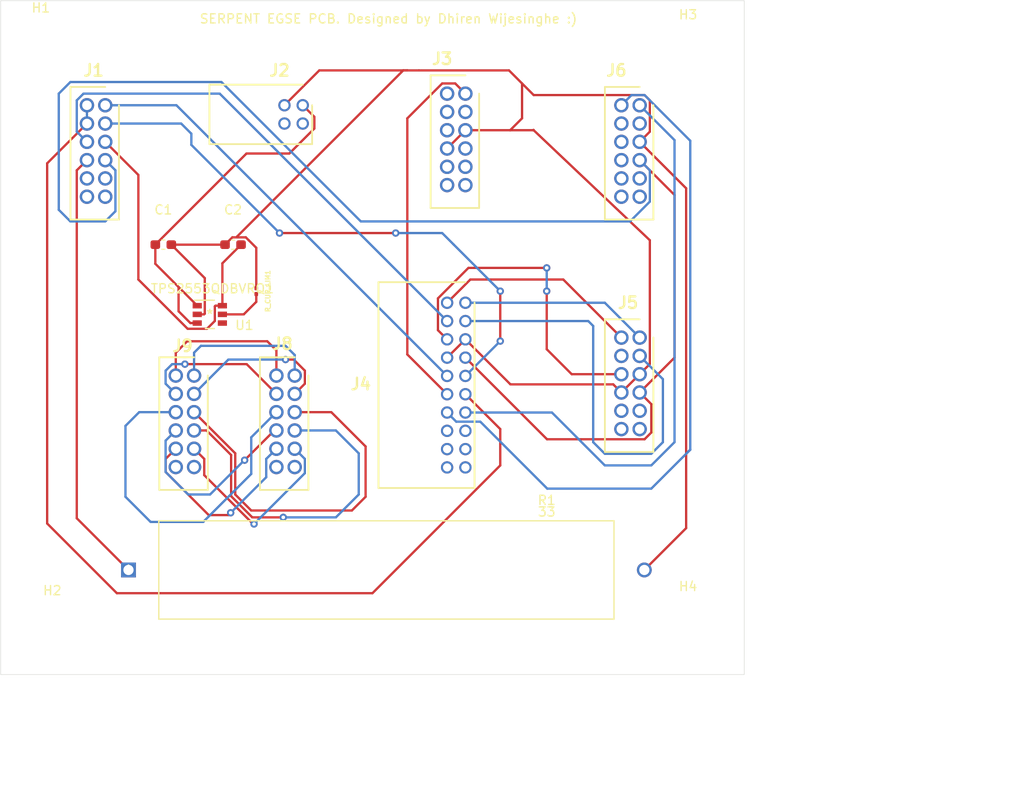
<source format=kicad_pcb>
(kicad_pcb (version 20171130) (host pcbnew "(5.1.6)-1")

  (general
    (thickness 1.6)
    (drawings 8)
    (tracks 247)
    (zones 0)
    (modules 17)
    (nets 67)
  )

  (page A4)
  (layers
    (0 F.Cu signal)
    (31 B.Cu signal)
    (32 B.Adhes user)
    (33 F.Adhes user)
    (34 B.Paste user)
    (35 F.Paste user)
    (36 B.SilkS user)
    (37 F.SilkS user)
    (38 B.Mask user)
    (39 F.Mask user)
    (40 Dwgs.User user)
    (41 Cmts.User user)
    (42 Eco1.User user)
    (43 Eco2.User user)
    (44 Edge.Cuts user)
    (45 Margin user)
    (46 B.CrtYd user)
    (47 F.CrtYd user)
    (48 B.Fab user)
    (49 F.Fab user hide)
  )

  (setup
    (last_trace_width 0.25)
    (trace_clearance 0.2)
    (zone_clearance 0.508)
    (zone_45_only no)
    (trace_min 0.2)
    (via_size 0.8)
    (via_drill 0.4)
    (via_min_size 0.4)
    (via_min_drill 0.3)
    (uvia_size 0.3)
    (uvia_drill 0.1)
    (uvias_allowed no)
    (uvia_min_size 0.2)
    (uvia_min_drill 0.1)
    (edge_width 0.05)
    (segment_width 0.2)
    (pcb_text_width 0.3)
    (pcb_text_size 1.5 1.5)
    (mod_edge_width 0.12)
    (mod_text_size 1 1)
    (mod_text_width 0.15)
    (pad_size 1.524 1.524)
    (pad_drill 0.762)
    (pad_to_mask_clearance 0)
    (aux_axis_origin 0 0)
    (grid_origin -57.15 127)
    (visible_elements 7FFFEFFF)
    (pcbplotparams
      (layerselection 0x010f0_ffffffff)
      (usegerberextensions false)
      (usegerberattributes true)
      (usegerberadvancedattributes true)
      (creategerberjobfile true)
      (excludeedgelayer true)
      (linewidth 0.100000)
      (plotframeref false)
      (viasonmask false)
      (mode 1)
      (useauxorigin false)
      (hpglpennumber 1)
      (hpglpenspeed 20)
      (hpglpendiameter 15.000000)
      (psnegative false)
      (psa4output false)
      (plotreference true)
      (plotvalue true)
      (plotinvisibletext false)
      (padsonsilk false)
      (subtractmaskfromsilk false)
      (outputformat 1)
      (mirror false)
      (drillshape 0)
      (scaleselection 1)
      (outputdirectory "New folder/"))
  )

  (net 0 "")
  (net 1 "Net-(J1-Pad12)")
  (net 2 "Net-(J1-Pad11)")
  (net 3 "Net-(J1-Pad10)")
  (net 4 "Net-(J1-Pad9)")
  (net 5 "Net-(J1-Pad8)")
  (net 6 +5V)
  (net 7 5V_CHG)
  (net 8 PP_SS_C)
  (net 9 SEP_SW)
  (net 10 PP_SW)
  (net 11 GND)
  (net 12 EPS_Batt_Bus)
  (net 13 ADCS_UART1_TX)
  (net 14 ADCS_UART1_RX)
  (net 15 TMP_GND)
  (net 16 "Net-(J3-Pad4)")
  (net 17 "Net-(J3-Pad9)")
  (net 18 "Net-(J3-Pad10)")
  (net 19 "Net-(J3-Pad11)")
  (net 20 "Net-(J3-Pad12)")
  (net 21 "Net-(J6-Pad3)")
  (net 22 "Net-(J6-Pad4)")
  (net 23 5V_CUR_REG)
  (net 24 5V_IN_CUR_REG)
  (net 25 "Net-(J2-Pad3)")
  (net 26 "Net-(J2-Pad4)")
  (net 27 "Net-(J3-Pad7)")
  (net 28 "Net-(J3-Pad6)")
  (net 29 "Net-(J3-Pad3)")
  (net 30 "Net-(J3-Pad2)")
  (net 31 "Net-(J5-Pad4)")
  (net 32 "Net-(J5-Pad9)")
  (net 33 "Net-(J5-Pad10)")
  (net 34 "Net-(J5-Pad11)")
  (net 35 "Net-(J5-Pad12)")
  (net 36 "Net-(J6-Pad6)")
  (net 37 "Net-(J6-Pad8)")
  (net 38 "Net-(J6-Pad9)")
  (net 39 "Net-(J6-Pad10)")
  (net 40 "Net-(J6-Pad11)")
  (net 41 "Net-(J6-Pad12)")
  (net 42 "Net-(R_CUR_LIM1-Pad1)")
  (net 43 "Net-(U1-Pad4)")
  (net 44 CDH_CTS)
  (net 45 CDH_TXD)
  (net 46 CDH_RXD)
  (net 47 CDH_RTS)
  (net 48 "Net-(J4-Pad16)")
  (net 49 "Net-(J4-Pad17)")
  (net 50 "Net-(J4-Pad18)")
  (net 51 "Net-(J4-Pad19)")
  (net 52 "Net-(J4-Pad20)")
  (net 53 TMP_1+)
  (net 54 TMP_1-)
  (net 55 TMP_2+)
  (net 56 TMP_2-)
  (net 57 TMP_3+)
  (net 58 TMP_3-)
  (net 59 TMP_4+)
  (net 60 TMP_4-)
  (net 61 TMP_5+)
  (net 62 TMP_5-)
  (net 63 "Net-(J8-Pad11)")
  (net 64 "Net-(J8-Pad12)")
  (net 65 "Net-(J9-Pad12)")
  (net 66 "Net-(J9-Pad11)")

  (net_class Default "This is the default net class."
    (clearance 0.2)
    (trace_width 0.25)
    (via_dia 0.8)
    (via_drill 0.4)
    (uvia_dia 0.3)
    (uvia_drill 0.1)
    (add_net +5V)
    (add_net 5V_CHG)
    (add_net 5V_CUR_REG)
    (add_net 5V_IN_CUR_REG)
    (add_net ADCS_UART1_RX)
    (add_net ADCS_UART1_TX)
    (add_net CDH_CTS)
    (add_net CDH_RTS)
    (add_net CDH_RXD)
    (add_net CDH_TXD)
    (add_net EPS_Batt_Bus)
    (add_net GND)
    (add_net "Net-(J1-Pad10)")
    (add_net "Net-(J1-Pad11)")
    (add_net "Net-(J1-Pad12)")
    (add_net "Net-(J1-Pad8)")
    (add_net "Net-(J1-Pad9)")
    (add_net "Net-(J2-Pad3)")
    (add_net "Net-(J2-Pad4)")
    (add_net "Net-(J3-Pad10)")
    (add_net "Net-(J3-Pad11)")
    (add_net "Net-(J3-Pad12)")
    (add_net "Net-(J3-Pad2)")
    (add_net "Net-(J3-Pad3)")
    (add_net "Net-(J3-Pad4)")
    (add_net "Net-(J3-Pad6)")
    (add_net "Net-(J3-Pad7)")
    (add_net "Net-(J3-Pad9)")
    (add_net "Net-(J4-Pad16)")
    (add_net "Net-(J4-Pad17)")
    (add_net "Net-(J4-Pad18)")
    (add_net "Net-(J4-Pad19)")
    (add_net "Net-(J4-Pad20)")
    (add_net "Net-(J5-Pad10)")
    (add_net "Net-(J5-Pad11)")
    (add_net "Net-(J5-Pad12)")
    (add_net "Net-(J5-Pad4)")
    (add_net "Net-(J5-Pad9)")
    (add_net "Net-(J6-Pad10)")
    (add_net "Net-(J6-Pad11)")
    (add_net "Net-(J6-Pad12)")
    (add_net "Net-(J6-Pad3)")
    (add_net "Net-(J6-Pad4)")
    (add_net "Net-(J6-Pad6)")
    (add_net "Net-(J6-Pad8)")
    (add_net "Net-(J6-Pad9)")
    (add_net "Net-(J8-Pad11)")
    (add_net "Net-(J8-Pad12)")
    (add_net "Net-(J9-Pad11)")
    (add_net "Net-(J9-Pad12)")
    (add_net "Net-(R_CUR_LIM1-Pad1)")
    (add_net "Net-(U1-Pad4)")
    (add_net PP_SS_C)
    (add_net PP_SW)
    (add_net SEP_SW)
    (add_net TMP_1+)
    (add_net TMP_1-)
    (add_net TMP_2+)
    (add_net TMP_2-)
    (add_net TMP_3+)
    (add_net TMP_3-)
    (add_net TMP_4+)
    (add_net TMP_4-)
    (add_net TMP_5+)
    (add_net TMP_5-)
    (add_net TMP_GND)
  )

  (module MountingHole:MountingHole_3.2mm_M3 (layer F.Cu) (tedit 56D1B4CB) (tstamp 60F23FDD)
    (at 136.1 133)
    (descr "Mounting Hole 3.2mm, no annular, M3")
    (tags "mounting hole 3.2mm no annular m3")
    (path /60F2456C)
    (attr virtual)
    (fp_text reference H4 (at 0 -4.2) (layer F.SilkS)
      (effects (font (size 1 1) (thickness 0.15)))
    )
    (fp_text value MountingHole (at 0 4.2) (layer F.Fab)
      (effects (font (size 1 1) (thickness 0.15)))
    )
    (fp_text user %R (at 0.3 0) (layer F.Fab)
      (effects (font (size 1 1) (thickness 0.15)))
    )
    (fp_circle (center 0 0) (end 3.2 0) (layer Cmts.User) (width 0.15))
    (fp_circle (center 0 0) (end 3.45 0) (layer F.CrtYd) (width 0.05))
    (pad 1 np_thru_hole circle (at 0 0) (size 3.2 3.2) (drill 3.2) (layers *.Cu *.Mask))
  )

  (module MountingHole:MountingHole_3.2mm_M3 (layer F.Cu) (tedit 56D1B4CB) (tstamp 60F23FD5)
    (at 136.1 70.5)
    (descr "Mounting Hole 3.2mm, no annular, M3")
    (tags "mounting hole 3.2mm no annular m3")
    (path /60F24394)
    (attr virtual)
    (fp_text reference H3 (at 0 -4.2) (layer F.SilkS)
      (effects (font (size 1 1) (thickness 0.15)))
    )
    (fp_text value MountingHole (at 0 4.2) (layer F.Fab)
      (effects (font (size 1 1) (thickness 0.15)))
    )
    (fp_text user %R (at 0.3 0) (layer F.Fab)
      (effects (font (size 1 1) (thickness 0.15)))
    )
    (fp_circle (center 0 0) (end 3.2 0) (layer Cmts.User) (width 0.15))
    (fp_circle (center 0 0) (end 3.45 0) (layer F.CrtYd) (width 0.05))
    (pad 1 np_thru_hole circle (at 0 0) (size 3.2 3.2) (drill 3.2) (layers *.Cu *.Mask))
  )

  (module MountingHole:MountingHole_3.2mm_M3 (layer F.Cu) (tedit 56D1B4CB) (tstamp 60F23FCD)
    (at 66.6 133.45)
    (descr "Mounting Hole 3.2mm, no annular, M3")
    (tags "mounting hole 3.2mm no annular m3")
    (path /60F24128)
    (attr virtual)
    (fp_text reference H2 (at 0 -4.2) (layer F.SilkS)
      (effects (font (size 1 1) (thickness 0.15)))
    )
    (fp_text value MountingHole (at 0 4.2) (layer F.Fab)
      (effects (font (size 1 1) (thickness 0.15)))
    )
    (fp_text user %R (at 0.3 0) (layer F.Fab)
      (effects (font (size 1 1) (thickness 0.15)))
    )
    (fp_circle (center 0 0) (end 3.2 0) (layer Cmts.User) (width 0.15))
    (fp_circle (center 0 0) (end 3.45 0) (layer F.CrtYd) (width 0.05))
    (pad 1 np_thru_hole circle (at 0 0) (size 3.2 3.2) (drill 3.2) (layers *.Cu *.Mask))
  )

  (module MountingHole:MountingHole_3.2mm_M3 (layer F.Cu) (tedit 56D1B4CB) (tstamp 60F23FC5)
    (at 65.35 69.75)
    (descr "Mounting Hole 3.2mm, no annular, M3")
    (tags "mounting hole 3.2mm no annular m3")
    (path /60F23E32)
    (attr virtual)
    (fp_text reference H1 (at 0 -4.2) (layer F.SilkS)
      (effects (font (size 1 1) (thickness 0.15)))
    )
    (fp_text value MountingHole (at 0 4.2) (layer F.Fab)
      (effects (font (size 1 1) (thickness 0.15)))
    )
    (fp_text user %R (at 0.3 0) (layer F.Fab)
      (effects (font (size 1 1) (thickness 0.15)))
    )
    (fp_circle (center 0 0) (end 3.2 0) (layer Cmts.User) (width 0.15))
    (fp_circle (center 0 0) (end 3.45 0) (layer F.CrtYd) (width 0.05))
    (pad 1 np_thru_hole circle (at 0 0) (size 3.2 3.2) (drill 3.2) (layers *.Cu *.Mask))
  )

  (module footprints:TPS2553QDBVRQ1 (layer F.Cu) (tedit 0) (tstamp 607C4DC5)
    (at 83.82 99.06)
    (path /607B7D1A)
    (fp_text reference U1 (at 3.78 1.19) (layer F.SilkS)
      (effects (font (size 1 1) (thickness 0.15)))
    )
    (fp_text value TPS2553QDBVRQ1 (at 0.28 -2.81) (layer F.SilkS)
      (effects (font (size 1 1) (thickness 0.15)))
    )
    (fp_line (start -0.475 1.549999) (end 0.499999 1.549999) (layer F.SilkS) (width 0.1524))
    (fp_line (start -1.675 -1.549999) (end 0.499999 -1.549999) (layer F.SilkS) (width 0.1524))
    (fp_line (start 1.112233 -1.125451) (end 1.204613 -1.125451) (layer F.Fab) (width 0.1524))
    (fp_line (start 1.080102 -1.125451) (end 1.112233 -1.125451) (layer F.Fab) (width 0.1524))
    (fp_line (start 0.799508 -1.125451) (end 0.827067 -1.125451) (layer F.Fab) (width 0.1524))
    (fp_line (start 1.421808 -0.750547) (end 1.421808 -1.125451) (layer F.Fab) (width 0.1524))
    (fp_line (start 0.799508 -0.750547) (end 0.799508 -1.125451) (layer F.Fab) (width 0.1524))
    (fp_line (start 1.080102 -0.750547) (end 1.112233 -0.750547) (layer F.Fab) (width 0.1524))
    (fp_line (start 0.799508 -0.750547) (end 0.827067 -0.750547) (layer F.Fab) (width 0.1524))
    (fp_line (start 1.204613 -0.750547) (end 1.421808 -0.750547) (layer F.Fab) (width 0.1524))
    (fp_line (start 1.204613 -1.125451) (end 1.421808 -1.125451) (layer F.Fab) (width 0.1524))
    (fp_line (start 0.827067 -1.125451) (end 1.080102 -1.125451) (layer F.Fab) (width 0.1524))
    (fp_line (start 1.112233 -0.750547) (end 1.204613 -0.750547) (layer F.Fab) (width 0.1524))
    (fp_line (start 0.827067 -0.750547) (end 1.080102 -0.750547) (layer F.Fab) (width 0.1524))
    (fp_line (start 1.112233 -0.172951) (end 1.204613 -0.172951) (layer F.Fab) (width 0.1524))
    (fp_line (start 1.080102 -0.172951) (end 1.112233 -0.172951) (layer F.Fab) (width 0.1524))
    (fp_line (start 0.799508 -0.172951) (end 0.827067 -0.172951) (layer F.Fab) (width 0.1524))
    (fp_line (start 1.421808 0.201953) (end 1.421808 -0.172951) (layer F.Fab) (width 0.1524))
    (fp_line (start 0.799508 0.201953) (end 0.799508 -0.172951) (layer F.Fab) (width 0.1524))
    (fp_line (start 1.080102 0.201953) (end 1.112233 0.201953) (layer F.Fab) (width 0.1524))
    (fp_line (start 0.799508 0.201953) (end 0.827067 0.201953) (layer F.Fab) (width 0.1524))
    (fp_line (start 1.204613 0.201953) (end 1.421808 0.201953) (layer F.Fab) (width 0.1524))
    (fp_line (start 1.204613 -0.172951) (end 1.421808 -0.172951) (layer F.Fab) (width 0.1524))
    (fp_line (start 0.827067 -0.172951) (end 1.080102 -0.172951) (layer F.Fab) (width 0.1524))
    (fp_line (start 1.112233 0.201953) (end 1.204613 0.201953) (layer F.Fab) (width 0.1524))
    (fp_line (start 0.827067 0.201953) (end 1.080102 0.201953) (layer F.Fab) (width 0.1524))
    (fp_line (start 1.112233 0.779549) (end 1.204613 0.779549) (layer F.Fab) (width 0.1524))
    (fp_line (start 1.080102 0.779549) (end 1.112233 0.779549) (layer F.Fab) (width 0.1524))
    (fp_line (start 0.799508 0.779549) (end 0.827067 0.779549) (layer F.Fab) (width 0.1524))
    (fp_line (start 1.421808 1.154453) (end 1.421808 0.779549) (layer F.Fab) (width 0.1524))
    (fp_line (start 0.799508 1.154453) (end 0.799508 0.779549) (layer F.Fab) (width 0.1524))
    (fp_line (start 1.080102 1.154453) (end 1.112233 1.154453) (layer F.Fab) (width 0.1524))
    (fp_line (start 0.799508 1.154453) (end 0.827067 1.154453) (layer F.Fab) (width 0.1524))
    (fp_line (start 1.204613 1.154453) (end 1.421808 1.154453) (layer F.Fab) (width 0.1524))
    (fp_line (start 1.204613 0.779549) (end 1.421808 0.779549) (layer F.Fab) (width 0.1524))
    (fp_line (start 0.827067 0.779549) (end 1.080102 0.779549) (layer F.Fab) (width 0.1524))
    (fp_line (start 1.112233 1.154453) (end 1.204613 1.154453) (layer F.Fab) (width 0.1524))
    (fp_line (start 0.827067 1.154453) (end 1.080102 1.154453) (layer F.Fab) (width 0.1524))
    (fp_line (start -1.205771 -0.750547) (end -1.113417 -0.750547) (layer F.Fab) (width 0.1524))
    (fp_line (start -1.113417 -0.750547) (end -1.081286 -0.750547) (layer F.Fab) (width 0.1524))
    (fp_line (start -0.828251 -0.750547) (end -0.800692 -0.750547) (layer F.Fab) (width 0.1524))
    (fp_line (start -1.422992 -0.750547) (end -1.422992 -1.125451) (layer F.Fab) (width 0.1524))
    (fp_line (start -0.800692 -0.750547) (end -0.800692 -1.125451) (layer F.Fab) (width 0.1524))
    (fp_line (start -1.113417 -1.125451) (end -1.081286 -1.125451) (layer F.Fab) (width 0.1524))
    (fp_line (start -0.828251 -1.125451) (end -0.800692 -1.125451) (layer F.Fab) (width 0.1524))
    (fp_line (start -1.422992 -1.125451) (end -1.205771 -1.125451) (layer F.Fab) (width 0.1524))
    (fp_line (start -1.422992 -0.750547) (end -1.205771 -0.750547) (layer F.Fab) (width 0.1524))
    (fp_line (start -1.081286 -0.750547) (end -0.828251 -0.750547) (layer F.Fab) (width 0.1524))
    (fp_line (start -1.205771 -1.125451) (end -1.113417 -1.125451) (layer F.Fab) (width 0.1524))
    (fp_line (start -1.081286 -1.125451) (end -0.828251 -1.125451) (layer F.Fab) (width 0.1524))
    (fp_line (start -1.205771 0.201953) (end -1.113417 0.201953) (layer F.Fab) (width 0.1524))
    (fp_line (start -1.113417 0.201953) (end -1.081286 0.201953) (layer F.Fab) (width 0.1524))
    (fp_line (start -0.828251 0.201953) (end -0.800692 0.201953) (layer F.Fab) (width 0.1524))
    (fp_line (start -1.422992 0.201953) (end -1.422992 -0.172951) (layer F.Fab) (width 0.1524))
    (fp_line (start -0.800692 0.201953) (end -0.800692 -0.172951) (layer F.Fab) (width 0.1524))
    (fp_line (start -1.113417 -0.172951) (end -1.081286 -0.172951) (layer F.Fab) (width 0.1524))
    (fp_line (start -0.828251 -0.172951) (end -0.800692 -0.172951) (layer F.Fab) (width 0.1524))
    (fp_line (start -1.422992 -0.172951) (end -1.205771 -0.172951) (layer F.Fab) (width 0.1524))
    (fp_line (start -1.422992 0.201953) (end -1.205771 0.201953) (layer F.Fab) (width 0.1524))
    (fp_line (start -1.081286 0.201953) (end -0.828251 0.201953) (layer F.Fab) (width 0.1524))
    (fp_line (start -1.205771 -0.172951) (end -1.113417 -0.172951) (layer F.Fab) (width 0.1524))
    (fp_line (start -1.081286 -0.172951) (end -0.828251 -0.172951) (layer F.Fab) (width 0.1524))
    (fp_line (start -1.205771 1.154453) (end -1.113417 1.154453) (layer F.Fab) (width 0.1524))
    (fp_line (start -1.113417 1.154453) (end -1.081286 1.154453) (layer F.Fab) (width 0.1524))
    (fp_line (start -0.828251 1.154453) (end -0.800692 1.154453) (layer F.Fab) (width 0.1524))
    (fp_line (start -1.422992 1.154453) (end -1.422992 0.779549) (layer F.Fab) (width 0.1524))
    (fp_line (start -0.800692 1.154453) (end -0.800692 0.779549) (layer F.Fab) (width 0.1524))
    (fp_line (start -1.113417 0.779549) (end -1.081286 0.779549) (layer F.Fab) (width 0.1524))
    (fp_line (start -0.828251 0.779549) (end -0.800692 0.779549) (layer F.Fab) (width 0.1524))
    (fp_line (start -1.422992 0.779549) (end -1.205771 0.779549) (layer F.Fab) (width 0.1524))
    (fp_line (start -1.422992 1.154453) (end -1.205771 1.154453) (layer F.Fab) (width 0.1524))
    (fp_line (start -1.081286 1.154453) (end -0.828251 1.154453) (layer F.Fab) (width 0.1524))
    (fp_line (start -1.205771 0.779549) (end -1.113417 0.779549) (layer F.Fab) (width 0.1524))
    (fp_line (start -1.081286 0.779549) (end -0.828251 0.779549) (layer F.Fab) (width 0.1524))
    (fp_line (start -0.724492 1.475001) (end 0.723308 1.475001) (layer F.Fab) (width 0.1524))
    (fp_line (start -0.725 1.475001) (end -0.724492 1.475001) (layer F.Fab) (width 0.1524))
    (fp_line (start 0.723308 -1.445999) (end 0.723842 -1.445999) (layer F.Fab) (width 0.1524))
    (fp_line (start 0.723308 1.475001) (end 0.723842 1.475001) (layer F.Fab) (width 0.1524))
    (fp_line (start -0.724492 -1.445999) (end 0.723308 -1.445999) (layer F.Fab) (width 0.1524))
    (fp_line (start -0.800692 1.398928) (end -0.800692 -1.369901) (layer F.Fab) (width 0.1524))
    (fp_line (start -0.725 -1.445999) (end -0.724492 -1.445999) (layer F.Fab) (width 0.1524))
    (fp_line (start 0.799508 1.398928) (end 0.799508 -1.369901) (layer F.Fab) (width 0.1524))
    (fp_arc (start -0.724487 1.398798) (end -0.724487 1.475003) (angle 89.517502) (layer F.Fab) (width 0.1524))
    (fp_arc (start -0.449562 -0.906071) (end -0.322588 -0.906071) (angle 180) (layer F.Fab) (width 0.1524))
    (fp_arc (start -0.449562 -0.906071) (end -0.576537 -0.906071) (angle 180) (layer F.Fab) (width 0.1524))
    (fp_arc (start 0.723316 1.398811) (end 0.723316 1.475003) (angle 89.517502) (layer F.Fab) (width 0.1524))
    (fp_arc (start 0.723303 -1.369797) (end 0.723303 -1.446002) (angle 89.517502) (layer F.Fab) (width 0.1524))
    (fp_arc (start -0.724474 -1.369784) (end -0.724474 -1.446002) (angle 89.517502) (layer F.Fab) (width 0.1524))
    (fp_text user .Designator (at -3.81 0 90) (layer Dwgs.User)
      (effects (font (size 1 1) (thickness 0.15)))
    )
    (fp_text user .Designator (at 2.54 0 270) (layer F.Fab)
      (effects (font (size 1 1) (thickness 0.15)))
    )
    (fp_text user * (at 0 0) (layer F.Fab)
      (effects (font (size 1 1) (thickness 0.15)))
    )
    (fp_text user * (at 0 0) (layer F.SilkS)
      (effects (font (size 1 1) (thickness 0.15)))
    )
    (fp_text user "Copyright 2016 Accelerated Designs. All rights reserved." (at 0 0) (layer Cmts.User)
      (effects (font (size 0.127 0.127) (thickness 0.002)))
    )
    (pad 6 smd rect (at 1.374999 -0.950001 90) (size 0.599999 1.000001) (layers F.Cu F.Paste F.Mask)
      (net 23 5V_CUR_REG))
    (pad 5 smd rect (at 1.374999 0 90) (size 0.599999 1.000001) (layers F.Cu F.Paste F.Mask)
      (net 42 "Net-(R_CUR_LIM1-Pad1)"))
    (pad 4 smd rect (at 1.374999 0.949998 90) (size 0.599999 1.000001) (layers F.Cu F.Paste F.Mask)
      (net 43 "Net-(U1-Pad4)"))
    (pad 3 smd rect (at -1.375001 0.949998 90) (size 0.599999 1.000001) (layers F.Cu F.Paste F.Mask)
      (net 24 5V_IN_CUR_REG))
    (pad 2 smd rect (at -1.375001 0 90) (size 0.599999 1.000001) (layers F.Cu F.Paste F.Mask)
      (net 11 GND))
    (pad 1 smd rect (at -1.375001 -0.950001 90) (size 0.599999 1.000001) (layers F.Cu F.Paste F.Mask)
      (net 24 5V_IN_CUR_REG))
  )

  (module "Power Resistor Library:SQP10AJB-33R" (layer F.Cu) (tedit 0) (tstamp 607B027E)
    (at 74.93 127)
    (path /607523F6)
    (fp_text reference R1 (at 45.72 -7.62) (layer F.SilkS)
      (effects (font (size 1 1) (thickness 0.15)))
    )
    (fp_text value 33 (at 45.72 -6.35) (layer F.SilkS)
      (effects (font (size 1 1) (thickness 0.15)))
    )
    (fp_line (start 3.1877 1.0668) (end -1.0668 1.0668) (layer F.CrtYd) (width 0.1524))
    (fp_line (start 3.1877 5.4991) (end 3.1877 1.0668) (layer F.CrtYd) (width 0.1524))
    (fp_line (start 53.2003 5.4991) (end 3.1877 5.4991) (layer F.CrtYd) (width 0.1524))
    (fp_line (start 53.2003 1.0668) (end 53.2003 5.4991) (layer F.CrtYd) (width 0.1524))
    (fp_line (start 57.4548 1.0668) (end 53.2003 1.0668) (layer F.CrtYd) (width 0.1524))
    (fp_line (start 57.4548 -1.0668) (end 57.4548 1.0668) (layer F.CrtYd) (width 0.1524))
    (fp_line (start 53.2003 -1.0668) (end 57.4548 -1.0668) (layer F.CrtYd) (width 0.1524))
    (fp_line (start 53.2003 -5.4991) (end 53.2003 -1.0668) (layer F.CrtYd) (width 0.1524))
    (fp_line (start 3.1877 -5.4991) (end 53.2003 -5.4991) (layer F.CrtYd) (width 0.1524))
    (fp_line (start 3.1877 -1.0668) (end 3.1877 -5.4991) (layer F.CrtYd) (width 0.1524))
    (fp_line (start -1.0668 -1.0668) (end 3.1877 -1.0668) (layer F.CrtYd) (width 0.1524))
    (fp_line (start -1.0668 1.0668) (end -1.0668 -1.0668) (layer F.CrtYd) (width 0.1524))
    (fp_line (start 3.3147 -5.3721) (end 3.3147 5.3721) (layer F.SilkS) (width 0.1524))
    (fp_line (start 53.0733 -5.3721) (end 3.3147 -5.3721) (layer F.SilkS) (width 0.1524))
    (fp_line (start 53.0733 5.3721) (end 53.0733 -5.3721) (layer F.SilkS) (width 0.1524))
    (fp_line (start 3.3147 5.3721) (end 53.0733 5.3721) (layer F.SilkS) (width 0.1524))
    (fp_line (start 3.4417 -5.2451) (end 3.4417 5.2451) (layer F.Fab) (width 0.1524))
    (fp_line (start 52.9463 -5.2451) (end 3.4417 -5.2451) (layer F.Fab) (width 0.1524))
    (fp_line (start 52.9463 5.2451) (end 52.9463 -5.2451) (layer F.Fab) (width 0.1524))
    (fp_line (start 3.4417 5.2451) (end 52.9463 5.2451) (layer F.Fab) (width 0.1524))
    (fp_line (start 56.388 0) (end 52.9463 0) (layer F.Fab) (width 0.1524))
    (fp_line (start 0 0) (end 3.4417 0) (layer F.Fab) (width 0.1524))
    (fp_text user * (at 0 0) (layer F.Fab)
      (effects (font (size 1 1) (thickness 0.15)))
    )
    (fp_text user * (at 0 0) (layer F.SilkS)
      (effects (font (size 1 1) (thickness 0.15)))
    )
    (fp_text user "Copyright 2016 Accelerated Designs. All rights reserved." (at 0 0) (layer Cmts.User)
      (effects (font (size 0.127 0.127) (thickness 0.002)))
    )
    (pad 2 thru_hole circle (at 56.388 0) (size 1.6256 1.6256) (drill 1.1176) (layers *.Cu *.Mask)
      (net 11 GND))
    (pad 1 thru_hole rect (at 0 0) (size 1.6256 1.6256) (drill 1.1176) (layers *.Cu *.Mask)
      (net 5 "Net-(J1-Pad8)"))
  )

  (module Capacitor_SMD:C_0603_1608Metric_Pad1.05x0.95mm_HandSolder (layer F.Cu) (tedit 5B301BBE) (tstamp 607C4C34)
    (at 86.36 91.44)
    (descr "Capacitor SMD 0603 (1608 Metric), square (rectangular) end terminal, IPC_7351 nominal with elongated pad for handsoldering. (Body size source: http://www.tortai-tech.com/upload/download/2011102023233369053.pdf), generated with kicad-footprint-generator")
    (tags "capacitor handsolder")
    (path /607D02D0)
    (attr smd)
    (fp_text reference C2 (at 0 -3.81) (layer F.SilkS)
      (effects (font (size 1 1) (thickness 0.15)))
    )
    (fp_text value 150uF (at 0 1.43) (layer F.Fab)
      (effects (font (size 1 1) (thickness 0.15)))
    )
    (fp_line (start 1.65 0.73) (end -1.65 0.73) (layer F.CrtYd) (width 0.05))
    (fp_line (start 1.65 -0.73) (end 1.65 0.73) (layer F.CrtYd) (width 0.05))
    (fp_line (start -1.65 -0.73) (end 1.65 -0.73) (layer F.CrtYd) (width 0.05))
    (fp_line (start -1.65 0.73) (end -1.65 -0.73) (layer F.CrtYd) (width 0.05))
    (fp_line (start -0.171267 0.51) (end 0.171267 0.51) (layer F.SilkS) (width 0.12))
    (fp_line (start -0.171267 -0.51) (end 0.171267 -0.51) (layer F.SilkS) (width 0.12))
    (fp_line (start 0.8 0.4) (end -0.8 0.4) (layer F.Fab) (width 0.1))
    (fp_line (start 0.8 -0.4) (end 0.8 0.4) (layer F.Fab) (width 0.1))
    (fp_line (start -0.8 -0.4) (end 0.8 -0.4) (layer F.Fab) (width 0.1))
    (fp_line (start -0.8 0.4) (end -0.8 -0.4) (layer F.Fab) (width 0.1))
    (fp_text user %R (at 0 0) (layer F.Fab)
      (effects (font (size 0.4 0.4) (thickness 0.06)))
    )
    (pad 2 smd roundrect (at 0.875 0) (size 1.05 0.95) (layers F.Cu F.Paste F.Mask) (roundrect_rratio 0.25)
      (net 23 5V_CUR_REG))
    (pad 1 smd roundrect (at -0.875 0) (size 1.05 0.95) (layers F.Cu F.Paste F.Mask) (roundrect_rratio 0.25)
      (net 11 GND))
    (model ${KISYS3DMOD}/Capacitor_SMD.3dshapes/C_0603_1608Metric.wrl
      (at (xyz 0 0 0))
      (scale (xyz 1 1 1))
      (rotate (xyz 0 0 0))
    )
  )

  (module Resistor_SMD:R_0201_0603Metric (layer F.Cu) (tedit 5B301BBD) (tstamp 607C4D5D)
    (at 88.9 96.52 90)
    (descr "Resistor SMD 0201 (0603 Metric), square (rectangular) end terminal, IPC_7351 nominal, (Body size source: https://www.vishay.com/docs/20052/crcw0201e3.pdf), generated with kicad-footprint-generator")
    (tags resistor)
    (path /607BFCB9)
    (attr smd)
    (fp_text reference R_CUR_LIM1 (at 0 1.27 90) (layer F.SilkS)
      (effects (font (size 0.508 0.508) (thickness 0.127)))
    )
    (fp_text value 59k (at 0 1.05 90) (layer F.Fab)
      (effects (font (size 1 1) (thickness 0.15)))
    )
    (fp_line (start 0.7 0.35) (end -0.7 0.35) (layer F.CrtYd) (width 0.05))
    (fp_line (start 0.7 -0.35) (end 0.7 0.35) (layer F.CrtYd) (width 0.05))
    (fp_line (start -0.7 -0.35) (end 0.7 -0.35) (layer F.CrtYd) (width 0.05))
    (fp_line (start -0.7 0.35) (end -0.7 -0.35) (layer F.CrtYd) (width 0.05))
    (fp_line (start 0.3 0.15) (end -0.3 0.15) (layer F.Fab) (width 0.1))
    (fp_line (start 0.3 -0.15) (end 0.3 0.15) (layer F.Fab) (width 0.1))
    (fp_line (start -0.3 -0.15) (end 0.3 -0.15) (layer F.Fab) (width 0.1))
    (fp_line (start -0.3 0.15) (end -0.3 -0.15) (layer F.Fab) (width 0.1))
    (fp_text user %R (at 0 2.54 90) (layer F.Fab)
      (effects (font (size 0.25 0.25) (thickness 0.04)))
    )
    (pad 2 smd roundrect (at 0.32 0 90) (size 0.46 0.4) (layers F.Cu F.Mask) (roundrect_rratio 0.25)
      (net 11 GND))
    (pad 1 smd roundrect (at -0.32 0 90) (size 0.46 0.4) (layers F.Cu F.Mask) (roundrect_rratio 0.25)
      (net 42 "Net-(R_CUR_LIM1-Pad1)"))
    (pad "" smd roundrect (at 0.345 0 90) (size 0.318 0.36) (layers F.Paste) (roundrect_rratio 0.25))
    (pad "" smd roundrect (at -0.345 0 90) (size 0.318 0.36) (layers F.Paste) (roundrect_rratio 0.25))
    (model ${KISYS3DMOD}/Resistor_SMD.3dshapes/R_0201_0603Metric.wrl
      (at (xyz 0 0 0))
      (scale (xyz 1 1 1))
      (rotate (xyz 0 0 0))
    )
  )

  (module Capacitor_SMD:C_0603_1608Metric_Pad1.05x0.95mm_HandSolder (layer F.Cu) (tedit 5B301BBE) (tstamp 607C4C23)
    (at 78.74 91.44 180)
    (descr "Capacitor SMD 0603 (1608 Metric), square (rectangular) end terminal, IPC_7351 nominal with elongated pad for handsoldering. (Body size source: http://www.tortai-tech.com/upload/download/2011102023233369053.pdf), generated with kicad-footprint-generator")
    (tags "capacitor handsolder")
    (path /607C2F7A)
    (attr smd)
    (fp_text reference C1 (at 0 3.81) (layer F.SilkS)
      (effects (font (size 1 1) (thickness 0.15)))
    )
    (fp_text value 10uF (at 0 1.43) (layer F.Fab)
      (effects (font (size 1 1) (thickness 0.15)))
    )
    (fp_line (start 1.65 0.73) (end -1.65 0.73) (layer F.CrtYd) (width 0.05))
    (fp_line (start 1.65 -0.73) (end 1.65 0.73) (layer F.CrtYd) (width 0.05))
    (fp_line (start -1.65 -0.73) (end 1.65 -0.73) (layer F.CrtYd) (width 0.05))
    (fp_line (start -1.65 0.73) (end -1.65 -0.73) (layer F.CrtYd) (width 0.05))
    (fp_line (start -0.171267 0.51) (end 0.171267 0.51) (layer F.SilkS) (width 0.12))
    (fp_line (start -0.171267 -0.51) (end 0.171267 -0.51) (layer F.SilkS) (width 0.12))
    (fp_line (start 0.8 0.4) (end -0.8 0.4) (layer F.Fab) (width 0.1))
    (fp_line (start 0.8 -0.4) (end 0.8 0.4) (layer F.Fab) (width 0.1))
    (fp_line (start -0.8 -0.4) (end 0.8 -0.4) (layer F.Fab) (width 0.1))
    (fp_line (start -0.8 0.4) (end -0.8 -0.4) (layer F.Fab) (width 0.1))
    (fp_text user %R (at 0 0) (layer F.Fab)
      (effects (font (size 0.4 0.4) (thickness 0.06)))
    )
    (pad 2 smd roundrect (at 0.875 0 180) (size 1.05 0.95) (layers F.Cu F.Paste F.Mask) (roundrect_rratio 0.25)
      (net 24 5V_IN_CUR_REG))
    (pad 1 smd roundrect (at -0.875 0 180) (size 1.05 0.95) (layers F.Cu F.Paste F.Mask) (roundrect_rratio 0.25)
      (net 11 GND))
    (model ${KISYS3DMOD}/Capacitor_SMD.3dshapes/C_0603_1608Metric.wrl
      (at (xyz 0 0 0))
      (scale (xyz 1 1 1))
      (rotate (xyz 0 0 0))
    )
  )

  (module SAMAC:SHDR12W60P200_2X6_1400X500X690P (layer F.Cu) (tedit 0) (tstamp 60F194C4)
    (at 72.39 76.2 90)
    (descr "DF11-12DP-2DSA(24)")
    (tags Connector)
    (path /60720600)
    (fp_text reference J1 (at 3.81 -1.27 180) (layer F.SilkS)
      (effects (font (size 1.27 1.27) (thickness 0.254)))
    )
    (fp_text value "DF11-12DP-2DSA(24)-SamacSys_Parts" (at -8.89 -17.78 90) (layer F.SilkS) hide
      (effects (font (size 1.27 1.27) (thickness 0.254)))
    )
    (fp_line (start 2 -3.8) (end 2 0) (layer F.SilkS) (width 0.2))
    (fp_line (start -12.5 -3.8) (end 2 -3.8) (layer F.SilkS) (width 0.2))
    (fp_line (start -12.5 1.5) (end -12.5 -3.8) (layer F.SilkS) (width 0.2))
    (fp_line (start 0 1.5) (end -12.5 1.5) (layer F.SilkS) (width 0.2))
    (fp_line (start 2 -3.8) (end 2 1.5) (layer F.Fab) (width 0.1))
    (fp_line (start -12.5 -3.8) (end 2 -3.8) (layer F.Fab) (width 0.1))
    (fp_line (start -12.5 1.5) (end -12.5 -3.8) (layer F.Fab) (width 0.1))
    (fp_line (start 2 1.5) (end -12.5 1.5) (layer F.Fab) (width 0.1))
    (fp_line (start 2.25 -4.05) (end 2.25 1.75) (layer F.CrtYd) (width 0.05))
    (fp_line (start -12.75 -4.05) (end 2.25 -4.05) (layer F.CrtYd) (width 0.05))
    (fp_line (start -12.75 1.75) (end -12.75 -4.05) (layer F.CrtYd) (width 0.05))
    (fp_line (start 2.25 1.75) (end -12.75 1.75) (layer F.CrtYd) (width 0.05))
    (fp_text user %R (at 0 0 90) (layer F.Fab)
      (effects (font (size 1.27 1.27) (thickness 0.254)))
    )
    (pad 12 thru_hole circle (at -10 -2 90) (size 1.575 1.575) (drill 1.05) (layers *.Cu *.Mask)
      (net 1 "Net-(J1-Pad12)"))
    (pad 11 thru_hole circle (at -10 0 90) (size 1.575 1.575) (drill 1.05) (layers *.Cu *.Mask)
      (net 2 "Net-(J1-Pad11)"))
    (pad 10 thru_hole circle (at -8 -2 90) (size 1.575 1.575) (drill 1.05) (layers *.Cu *.Mask)
      (net 3 "Net-(J1-Pad10)"))
    (pad 9 thru_hole circle (at -8 0 90) (size 1.575 1.575) (drill 1.05) (layers *.Cu *.Mask)
      (net 4 "Net-(J1-Pad9)"))
    (pad 8 thru_hole circle (at -6 -2 90) (size 1.575 1.575) (drill 1.05) (layers *.Cu *.Mask)
      (net 5 "Net-(J1-Pad8)"))
    (pad 7 thru_hole circle (at -6 0 90) (size 1.575 1.575) (drill 1.05) (layers *.Cu *.Mask)
      (net 6 +5V))
    (pad 6 thru_hole circle (at -4 -2 90) (size 1.575 1.575) (drill 1.05) (layers *.Cu *.Mask)
      (net 7 5V_CHG))
    (pad 5 thru_hole circle (at -4 0 90) (size 1.575 1.575) (drill 1.05) (layers *.Cu *.Mask)
      (net 23 5V_CUR_REG))
    (pad 4 thru_hole circle (at -2 -2 90) (size 1.575 1.575) (drill 1.05) (layers *.Cu *.Mask)
      (net 8 PP_SS_C))
    (pad 3 thru_hole circle (at -2 0 90) (size 1.575 1.575) (drill 1.05) (layers *.Cu *.Mask)
      (net 9 SEP_SW))
    (pad 2 thru_hole circle (at 0 -2 90) (size 1.575 1.575) (drill 1.05) (layers *.Cu *.Mask)
      (net 8 PP_SS_C))
    (pad 1 thru_hole circle (at 0 0 90) (size 1.575 1.575) (drill 1.05) (layers *.Cu *.Mask)
      (net 10 PP_SW))
  )

  (module SAMAC:SHDR4W70P200_2X2_600X1000X675P (layer F.Cu) (tedit 0) (tstamp 60F194E0)
    (at 93.98 76.2 90)
    (descr "DF11-4DP-2DS(24)")
    (tags Connector)
    (path /60723C01)
    (fp_text reference J2 (at 3.81 -2.54 180) (layer F.SilkS)
      (effects (font (size 1.27 1.27) (thickness 0.254)))
    )
    (fp_text value "DF11-4DP-2DS(24)-TSL_Footprint_Library" (at 6.35 -2.54 180) (layer F.SilkS) hide
      (effects (font (size 1.27 1.27) (thickness 0.254)))
    )
    (fp_line (start 2.5 1.275) (end -4.5 1.275) (layer F.CrtYd) (width 0.05))
    (fp_line (start -4.5 1.275) (end -4.5 -10.45) (layer F.CrtYd) (width 0.05))
    (fp_line (start -4.5 -10.45) (end 2.5 -10.45) (layer F.CrtYd) (width 0.05))
    (fp_line (start 2.5 -10.45) (end 2.5 1.275) (layer F.CrtYd) (width 0.05))
    (fp_line (start 2.25 0.3) (end -4.25 0.3) (layer F.Fab) (width 0.1))
    (fp_line (start -4.25 0.3) (end -4.25 -10.2) (layer F.Fab) (width 0.1))
    (fp_line (start -4.25 -10.2) (end 2.25 -10.2) (layer F.Fab) (width 0.1))
    (fp_line (start 2.25 -10.2) (end 2.25 0.3) (layer F.Fab) (width 0.1))
    (fp_line (start 0 1.025) (end -4.25 1.025) (layer F.SilkS) (width 0.2))
    (fp_line (start -4.25 1.025) (end -4.25 -10.2) (layer F.SilkS) (width 0.2))
    (fp_line (start -4.25 -10.2) (end 2.25 -10.2) (layer F.SilkS) (width 0.2))
    (fp_line (start 2.25 -10.2) (end 2.25 0) (layer F.SilkS) (width 0.2))
    (fp_text user %R (at 0 0 90) (layer F.Fab)
      (effects (font (size 1.27 1.27) (thickness 0.254)))
    )
    (pad 1 thru_hole circle (at 0 0 90) (size 1.35 1.35) (drill 0.9) (layers *.Cu *.Mask)
      (net 24 5V_IN_CUR_REG))
    (pad 2 thru_hole circle (at 0 -2 90) (size 1.35 1.35) (drill 0.9) (layers *.Cu *.Mask)
      (net 11 GND))
    (pad 3 thru_hole circle (at -2 0 90) (size 1.35 1.35) (drill 0.9) (layers *.Cu *.Mask)
      (net 25 "Net-(J2-Pad3)"))
    (pad 4 thru_hole circle (at -2 -2 90) (size 1.35 1.35) (drill 0.9) (layers *.Cu *.Mask)
      (net 26 "Net-(J2-Pad4)"))
  )

  (module SAMAC:SHDR12W60P200_2X6_1400X500X690P (layer F.Cu) (tedit 0) (tstamp 60F194F4)
    (at 111.76 74.93 90)
    (descr "DF11-12DP-2DSA(24)")
    (tags Connector)
    (path /60759163)
    (fp_text reference J3 (at 3.81 -2.54 180) (layer F.SilkS)
      (effects (font (size 1.27 1.27) (thickness 0.254)))
    )
    (fp_text value "DF11-12DP-2DSA(24)-SamacSys_Parts" (at 0 0 90) (layer F.SilkS) hide
      (effects (font (size 1.27 1.27) (thickness 0.254)))
    )
    (fp_line (start 2 -3.8) (end 2 0) (layer F.SilkS) (width 0.2))
    (fp_line (start -12.5 -3.8) (end 2 -3.8) (layer F.SilkS) (width 0.2))
    (fp_line (start -12.5 1.5) (end -12.5 -3.8) (layer F.SilkS) (width 0.2))
    (fp_line (start 0 1.5) (end -12.5 1.5) (layer F.SilkS) (width 0.2))
    (fp_line (start 2 -3.8) (end 2 1.5) (layer F.Fab) (width 0.1))
    (fp_line (start -12.5 -3.8) (end 2 -3.8) (layer F.Fab) (width 0.1))
    (fp_line (start -12.5 1.5) (end -12.5 -3.8) (layer F.Fab) (width 0.1))
    (fp_line (start 2 1.5) (end -12.5 1.5) (layer F.Fab) (width 0.1))
    (fp_line (start 2.25 -4.05) (end 2.25 1.75) (layer F.CrtYd) (width 0.05))
    (fp_line (start -12.75 -4.05) (end 2.25 -4.05) (layer F.CrtYd) (width 0.05))
    (fp_line (start -12.75 1.75) (end -12.75 -4.05) (layer F.CrtYd) (width 0.05))
    (fp_line (start 2.25 1.75) (end -12.75 1.75) (layer F.CrtYd) (width 0.05))
    (fp_text user %R (at 0 0 90) (layer F.Fab)
      (effects (font (size 1.27 1.27) (thickness 0.254)))
    )
    (pad 12 thru_hole circle (at -10 -2 90) (size 1.575 1.575) (drill 1.05) (layers *.Cu *.Mask)
      (net 20 "Net-(J3-Pad12)"))
    (pad 11 thru_hole circle (at -10 0 90) (size 1.575 1.575) (drill 1.05) (layers *.Cu *.Mask)
      (net 19 "Net-(J3-Pad11)"))
    (pad 10 thru_hole circle (at -8 -2 90) (size 1.575 1.575) (drill 1.05) (layers *.Cu *.Mask)
      (net 18 "Net-(J3-Pad10)"))
    (pad 9 thru_hole circle (at -8 0 90) (size 1.575 1.575) (drill 1.05) (layers *.Cu *.Mask)
      (net 17 "Net-(J3-Pad9)"))
    (pad 8 thru_hole circle (at -6 -2 90) (size 1.575 1.575) (drill 1.05) (layers *.Cu *.Mask)
      (net 11 GND))
    (pad 7 thru_hole circle (at -6 0 90) (size 1.575 1.575) (drill 1.05) (layers *.Cu *.Mask)
      (net 27 "Net-(J3-Pad7)"))
    (pad 6 thru_hole circle (at -4 -2 90) (size 1.575 1.575) (drill 1.05) (layers *.Cu *.Mask)
      (net 28 "Net-(J3-Pad6)"))
    (pad 5 thru_hole circle (at -4 0 90) (size 1.575 1.575) (drill 1.05) (layers *.Cu *.Mask)
      (net 11 GND))
    (pad 4 thru_hole circle (at -2 -2 90) (size 1.575 1.575) (drill 1.05) (layers *.Cu *.Mask)
      (net 16 "Net-(J3-Pad4)"))
    (pad 3 thru_hole circle (at -2 0 90) (size 1.575 1.575) (drill 1.05) (layers *.Cu *.Mask)
      (net 29 "Net-(J3-Pad3)"))
    (pad 2 thru_hole circle (at 0 -2 90) (size 1.575 1.575) (drill 1.05) (layers *.Cu *.Mask)
      (net 30 "Net-(J3-Pad2)"))
    (pad 1 thru_hole circle (at 0 0 90) (size 1.575 1.575) (drill 1.05) (layers *.Cu *.Mask)
      (net 12 EPS_Batt_Bus))
  )

  (module SAMAC:SHDR20W70P200_2X10_2200X1000X530P (layer F.Cu) (tedit 0) (tstamp 60F19510)
    (at 111.76 97.79 90)
    (descr "DF11-20DP-2DS(24)")
    (tags Connector)
    (path /60720EEF)
    (fp_text reference J4 (at -8.89 -11.43 180) (layer F.SilkS)
      (effects (font (size 1.27 1.27) (thickness 0.254)))
    )
    (fp_text value "DF11-20DP-2DS(24)-TSL_Footprint_Library" (at 0 0 90) (layer F.SilkS) hide
      (effects (font (size 1.27 1.27) (thickness 0.254)))
    )
    (fp_line (start 2.5 1.25) (end -20.5 1.25) (layer F.CrtYd) (width 0.05))
    (fp_line (start -20.5 1.25) (end -20.5 -9.75) (layer F.CrtYd) (width 0.05))
    (fp_line (start -20.5 -9.75) (end 2.5 -9.75) (layer F.CrtYd) (width 0.05))
    (fp_line (start 2.5 -9.75) (end 2.5 1.25) (layer F.CrtYd) (width 0.05))
    (fp_line (start 2.25 1) (end -20.25 1) (layer F.Fab) (width 0.1))
    (fp_line (start -20.25 1) (end -20.25 -9.5) (layer F.Fab) (width 0.1))
    (fp_line (start -20.25 -9.5) (end 2.25 -9.5) (layer F.Fab) (width 0.1))
    (fp_line (start 2.25 -9.5) (end 2.25 1) (layer F.Fab) (width 0.1))
    (fp_line (start 0 1) (end -20.25 1) (layer F.SilkS) (width 0.2))
    (fp_line (start -20.25 1) (end -20.25 -9.5) (layer F.SilkS) (width 0.2))
    (fp_line (start -20.25 -9.5) (end 2.25 -9.5) (layer F.SilkS) (width 0.2))
    (fp_line (start 2.25 -9.5) (end 2.25 0) (layer F.SilkS) (width 0.2))
    (fp_text user %R (at 0 0 90) (layer F.Fab)
      (effects (font (size 1.27 1.27) (thickness 0.254)))
    )
    (pad 1 thru_hole circle (at 0 0 90) (size 1.35 1.35) (drill 0.9) (layers *.Cu *.Mask)
      (net 44 CDH_CTS))
    (pad 2 thru_hole circle (at 0 -2 90) (size 1.35 1.35) (drill 0.9) (layers *.Cu *.Mask)
      (net 45 CDH_TXD))
    (pad 3 thru_hole circle (at -2 0 90) (size 1.35 1.35) (drill 0.9) (layers *.Cu *.Mask)
      (net 46 CDH_RXD))
    (pad 4 thru_hole circle (at -2 -2 90) (size 1.35 1.35) (drill 0.9) (layers *.Cu *.Mask)
      (net 7 5V_CHG))
    (pad 5 thru_hole circle (at -4 0 90) (size 1.35 1.35) (drill 0.9) (layers *.Cu *.Mask)
      (net 11 GND))
    (pad 6 thru_hole circle (at -4 -2 90) (size 1.35 1.35) (drill 0.9) (layers *.Cu *.Mask)
      (net 47 CDH_RTS))
    (pad 7 thru_hole circle (at -6 0 90) (size 1.35 1.35) (drill 0.9) (layers *.Cu *.Mask)
      (net 6 +5V))
    (pad 8 thru_hole circle (at -6 -2 90) (size 1.35 1.35) (drill 0.9) (layers *.Cu *.Mask)
      (net 11 GND))
    (pad 9 thru_hole circle (at -8 0 90) (size 1.35 1.35) (drill 0.9) (layers *.Cu *.Mask)
      (net 9 SEP_SW))
    (pad 10 thru_hole circle (at -8 -2 90) (size 1.35 1.35) (drill 0.9) (layers *.Cu *.Mask)
      (net 10 PP_SW))
    (pad 11 thru_hole circle (at -10 0 90) (size 1.35 1.35) (drill 0.9) (layers *.Cu *.Mask)
      (net 8 PP_SS_C))
    (pad 12 thru_hole circle (at -10 -2 90) (size 1.35 1.35) (drill 0.9) (layers *.Cu *.Mask)
      (net 12 EPS_Batt_Bus))
    (pad 13 thru_hole circle (at -12 0 90) (size 1.35 1.35) (drill 0.9) (layers *.Cu *.Mask)
      (net 13 ADCS_UART1_TX))
    (pad 14 thru_hole circle (at -12 -2 90) (size 1.35 1.35) (drill 0.9) (layers *.Cu *.Mask)
      (net 14 ADCS_UART1_RX))
    (pad 15 thru_hole circle (at -14 0 90) (size 1.35 1.35) (drill 0.9) (layers *.Cu *.Mask)
      (net 15 TMP_GND))
    (pad 16 thru_hole circle (at -14 -2 90) (size 1.35 1.35) (drill 0.9) (layers *.Cu *.Mask)
      (net 48 "Net-(J4-Pad16)"))
    (pad 17 thru_hole circle (at -16 0 90) (size 1.35 1.35) (drill 0.9) (layers *.Cu *.Mask)
      (net 49 "Net-(J4-Pad17)"))
    (pad 18 thru_hole circle (at -16 -2 90) (size 1.35 1.35) (drill 0.9) (layers *.Cu *.Mask)
      (net 50 "Net-(J4-Pad18)"))
    (pad 19 thru_hole circle (at -18 0 90) (size 1.35 1.35) (drill 0.9) (layers *.Cu *.Mask)
      (net 51 "Net-(J4-Pad19)"))
    (pad 20 thru_hole circle (at -18 -2 90) (size 1.35 1.35) (drill 0.9) (layers *.Cu *.Mask)
      (net 52 "Net-(J4-Pad20)"))
  )

  (module SAMAC:SHDR12W60P200_2X6_1400X500X690P (layer F.Cu) (tedit 0) (tstamp 60F19534)
    (at 130.81 101.6 90)
    (descr "DF11-12DP-2DSA(24)")
    (tags Connector)
    (path /607228D0)
    (fp_text reference J5 (at 3.81 -1.27 180) (layer F.SilkS)
      (effects (font (size 1.27 1.27) (thickness 0.254)))
    )
    (fp_text value "DF11-12DP-2DSA(24)-SamacSys_Parts" (at 0 0 90) (layer F.SilkS) hide
      (effects (font (size 1.27 1.27) (thickness 0.254)))
    )
    (fp_line (start 2.25 1.75) (end -12.75 1.75) (layer F.CrtYd) (width 0.05))
    (fp_line (start -12.75 1.75) (end -12.75 -4.05) (layer F.CrtYd) (width 0.05))
    (fp_line (start -12.75 -4.05) (end 2.25 -4.05) (layer F.CrtYd) (width 0.05))
    (fp_line (start 2.25 -4.05) (end 2.25 1.75) (layer F.CrtYd) (width 0.05))
    (fp_line (start 2 1.5) (end -12.5 1.5) (layer F.Fab) (width 0.1))
    (fp_line (start -12.5 1.5) (end -12.5 -3.8) (layer F.Fab) (width 0.1))
    (fp_line (start -12.5 -3.8) (end 2 -3.8) (layer F.Fab) (width 0.1))
    (fp_line (start 2 -3.8) (end 2 1.5) (layer F.Fab) (width 0.1))
    (fp_line (start 0 1.5) (end -12.5 1.5) (layer F.SilkS) (width 0.2))
    (fp_line (start -12.5 1.5) (end -12.5 -3.8) (layer F.SilkS) (width 0.2))
    (fp_line (start -12.5 -3.8) (end 2 -3.8) (layer F.SilkS) (width 0.2))
    (fp_line (start 2 -3.8) (end 2 0) (layer F.SilkS) (width 0.2))
    (fp_text user %R (at 0 0 90) (layer F.Fab)
      (effects (font (size 1.27 1.27) (thickness 0.254)))
    )
    (pad 1 thru_hole circle (at 0 0 90) (size 1.575 1.575) (drill 1.05) (layers *.Cu *.Mask)
      (net 44 CDH_CTS))
    (pad 2 thru_hole circle (at 0 -2 90) (size 1.575 1.575) (drill 1.05) (layers *.Cu *.Mask)
      (net 45 CDH_TXD))
    (pad 3 thru_hole circle (at -2 0 90) (size 1.575 1.575) (drill 1.05) (layers *.Cu *.Mask)
      (net 46 CDH_RXD))
    (pad 4 thru_hole circle (at -2 -2 90) (size 1.575 1.575) (drill 1.05) (layers *.Cu *.Mask)
      (net 31 "Net-(J5-Pad4)"))
    (pad 5 thru_hole circle (at -4 0 90) (size 1.575 1.575) (drill 1.05) (layers *.Cu *.Mask)
      (net 11 GND))
    (pad 6 thru_hole circle (at -4 -2 90) (size 1.575 1.575) (drill 1.05) (layers *.Cu *.Mask)
      (net 47 CDH_RTS))
    (pad 7 thru_hole circle (at -6 0 90) (size 1.575 1.575) (drill 1.05) (layers *.Cu *.Mask)
      (net 6 +5V))
    (pad 8 thru_hole circle (at -6 -2 90) (size 1.575 1.575) (drill 1.05) (layers *.Cu *.Mask)
      (net 11 GND))
    (pad 9 thru_hole circle (at -8 0 90) (size 1.575 1.575) (drill 1.05) (layers *.Cu *.Mask)
      (net 32 "Net-(J5-Pad9)"))
    (pad 10 thru_hole circle (at -8 -2 90) (size 1.575 1.575) (drill 1.05) (layers *.Cu *.Mask)
      (net 33 "Net-(J5-Pad10)"))
    (pad 11 thru_hole circle (at -10 0 90) (size 1.575 1.575) (drill 1.05) (layers *.Cu *.Mask)
      (net 34 "Net-(J5-Pad11)"))
    (pad 12 thru_hole circle (at -10 -2 90) (size 1.575 1.575) (drill 1.05) (layers *.Cu *.Mask)
      (net 35 "Net-(J5-Pad12)"))
  )

  (module SAMAC:SHDR12W60P200_2X6_1400X500X690P (layer F.Cu) (tedit 0) (tstamp 60F19550)
    (at 130.81 76.2 90)
    (descr "DF11-12DP-2DSA(24)")
    (tags Connector)
    (path /60754134)
    (fp_text reference J6 (at 3.81 -2.54 180) (layer F.SilkS)
      (effects (font (size 1.27 1.27) (thickness 0.254)))
    )
    (fp_text value "DF11-12DP-2DSA(24)-SamacSys_Parts" (at 0 0 90) (layer F.SilkS) hide
      (effects (font (size 1.27 1.27) (thickness 0.254)))
    )
    (fp_line (start 2.25 1.75) (end -12.75 1.75) (layer F.CrtYd) (width 0.05))
    (fp_line (start -12.75 1.75) (end -12.75 -4.05) (layer F.CrtYd) (width 0.05))
    (fp_line (start -12.75 -4.05) (end 2.25 -4.05) (layer F.CrtYd) (width 0.05))
    (fp_line (start 2.25 -4.05) (end 2.25 1.75) (layer F.CrtYd) (width 0.05))
    (fp_line (start 2 1.5) (end -12.5 1.5) (layer F.Fab) (width 0.1))
    (fp_line (start -12.5 1.5) (end -12.5 -3.8) (layer F.Fab) (width 0.1))
    (fp_line (start -12.5 -3.8) (end 2 -3.8) (layer F.Fab) (width 0.1))
    (fp_line (start 2 -3.8) (end 2 1.5) (layer F.Fab) (width 0.1))
    (fp_line (start 0 1.5) (end -12.5 1.5) (layer F.SilkS) (width 0.2))
    (fp_line (start -12.5 1.5) (end -12.5 -3.8) (layer F.SilkS) (width 0.2))
    (fp_line (start -12.5 -3.8) (end 2 -3.8) (layer F.SilkS) (width 0.2))
    (fp_line (start 2 -3.8) (end 2 0) (layer F.SilkS) (width 0.2))
    (fp_text user %R (at 0 0 90) (layer F.Fab)
      (effects (font (size 1.27 1.27) (thickness 0.254)))
    )
    (pad 1 thru_hole circle (at 0 0 90) (size 1.575 1.575) (drill 1.05) (layers *.Cu *.Mask)
      (net 13 ADCS_UART1_TX))
    (pad 2 thru_hole circle (at 0 -2 90) (size 1.575 1.575) (drill 1.05) (layers *.Cu *.Mask)
      (net 14 ADCS_UART1_RX))
    (pad 3 thru_hole circle (at -2 0 90) (size 1.575 1.575) (drill 1.05) (layers *.Cu *.Mask)
      (net 21 "Net-(J6-Pad3)"))
    (pad 4 thru_hole circle (at -2 -2 90) (size 1.575 1.575) (drill 1.05) (layers *.Cu *.Mask)
      (net 22 "Net-(J6-Pad4)"))
    (pad 5 thru_hole circle (at -4 0 90) (size 1.575 1.575) (drill 1.05) (layers *.Cu *.Mask)
      (net 11 GND))
    (pad 6 thru_hole circle (at -4 -2 90) (size 1.575 1.575) (drill 1.05) (layers *.Cu *.Mask)
      (net 36 "Net-(J6-Pad6)"))
    (pad 7 thru_hole circle (at -6 0 90) (size 1.575 1.575) (drill 1.05) (layers *.Cu *.Mask)
      (net 6 +5V))
    (pad 8 thru_hole circle (at -6 -2 90) (size 1.575 1.575) (drill 1.05) (layers *.Cu *.Mask)
      (net 37 "Net-(J6-Pad8)"))
    (pad 9 thru_hole circle (at -8 0 90) (size 1.575 1.575) (drill 1.05) (layers *.Cu *.Mask)
      (net 38 "Net-(J6-Pad9)"))
    (pad 10 thru_hole circle (at -8 -2 90) (size 1.575 1.575) (drill 1.05) (layers *.Cu *.Mask)
      (net 39 "Net-(J6-Pad10)"))
    (pad 11 thru_hole circle (at -10 0 90) (size 1.575 1.575) (drill 1.05) (layers *.Cu *.Mask)
      (net 40 "Net-(J6-Pad11)"))
    (pad 12 thru_hole circle (at -10 -2 90) (size 1.575 1.575) (drill 1.05) (layers *.Cu *.Mask)
      (net 41 "Net-(J6-Pad12)"))
  )

  (module SAMAC:SHDR12W60P200_2X6_1400X500X690P (layer F.Cu) (tedit 0) (tstamp 60F19588)
    (at 93.1 105.75 90)
    (descr "DF11-12DP-2DSA(24)")
    (tags Connector)
    (path /60F1138A)
    (fp_text reference J8 (at 3.474999 -1.325001 180) (layer F.SilkS)
      (effects (font (size 1.27 1.27) (thickness 0.254)))
    )
    (fp_text value "DF11-12DP-2DSA(24)-SamacSys_Parts-B4_V2-rescue" (at 0 0 90) (layer F.SilkS) hide
      (effects (font (size 1.27 1.27) (thickness 0.254)))
    )
    (fp_line (start 2.25 1.75) (end -12.75 1.75) (layer F.CrtYd) (width 0.05))
    (fp_line (start -12.75 1.75) (end -12.75 -4.05) (layer F.CrtYd) (width 0.05))
    (fp_line (start -12.75 -4.05) (end 2.25 -4.05) (layer F.CrtYd) (width 0.05))
    (fp_line (start 2.25 -4.05) (end 2.25 1.75) (layer F.CrtYd) (width 0.05))
    (fp_line (start 2 1.5) (end -12.5 1.5) (layer F.Fab) (width 0.1))
    (fp_line (start -12.5 1.5) (end -12.5 -3.8) (layer F.Fab) (width 0.1))
    (fp_line (start -12.5 -3.8) (end 2 -3.8) (layer F.Fab) (width 0.1))
    (fp_line (start 2 -3.8) (end 2 1.5) (layer F.Fab) (width 0.1))
    (fp_line (start 0 1.5) (end -12.5 1.5) (layer F.SilkS) (width 0.2))
    (fp_line (start -12.5 1.5) (end -12.5 -3.8) (layer F.SilkS) (width 0.2))
    (fp_line (start -12.5 -3.8) (end 2 -3.8) (layer F.SilkS) (width 0.2))
    (fp_line (start 2 -3.8) (end 2 0) (layer F.SilkS) (width 0.2))
    (fp_text user %R (at 0 0 90) (layer F.Fab)
      (effects (font (size 1.27 1.27) (thickness 0.254)))
    )
    (pad 1 thru_hole circle (at 0 0 90) (size 1.575 1.575) (drill 1.05) (layers *.Cu *.Mask)
      (net 53 TMP_1+))
    (pad 2 thru_hole circle (at 0 -2 90) (size 1.575 1.575) (drill 1.05) (layers *.Cu *.Mask)
      (net 54 TMP_1-))
    (pad 3 thru_hole circle (at -2 0 90) (size 1.575 1.575) (drill 1.05) (layers *.Cu *.Mask)
      (net 55 TMP_2+))
    (pad 4 thru_hole circle (at -2 -2 90) (size 1.575 1.575) (drill 1.05) (layers *.Cu *.Mask)
      (net 56 TMP_2-))
    (pad 5 thru_hole circle (at -4 0 90) (size 1.575 1.575) (drill 1.05) (layers *.Cu *.Mask)
      (net 57 TMP_3+))
    (pad 6 thru_hole circle (at -4 -2 90) (size 1.575 1.575) (drill 1.05) (layers *.Cu *.Mask)
      (net 58 TMP_3-))
    (pad 7 thru_hole circle (at -6 0 90) (size 1.575 1.575) (drill 1.05) (layers *.Cu *.Mask)
      (net 59 TMP_4+))
    (pad 8 thru_hole circle (at -6 -2 90) (size 1.575 1.575) (drill 1.05) (layers *.Cu *.Mask)
      (net 60 TMP_4-))
    (pad 9 thru_hole circle (at -8 0 90) (size 1.575 1.575) (drill 1.05) (layers *.Cu *.Mask)
      (net 61 TMP_5+))
    (pad 10 thru_hole circle (at -8 -2 90) (size 1.575 1.575) (drill 1.05) (layers *.Cu *.Mask)
      (net 62 TMP_5-))
    (pad 11 thru_hole circle (at -10 0 90) (size 1.575 1.575) (drill 1.05) (layers *.Cu *.Mask)
      (net 63 "Net-(J8-Pad11)"))
    (pad 12 thru_hole circle (at -10 -2 90) (size 1.575 1.575) (drill 1.05) (layers *.Cu *.Mask)
      (net 64 "Net-(J8-Pad12)"))
  )

  (module SAMAC:SHDR12W60P200_2X6_1400X500X690P (layer F.Cu) (tedit 0) (tstamp 60F195A5)
    (at 82.1 105.75 90)
    (descr "DF11-12DP-2DSA(24)")
    (tags Connector)
    (path /60F1376A)
    (fp_text reference J9 (at 3.25 -1.25 180) (layer F.SilkS)
      (effects (font (size 1.27 1.27) (thickness 0.254)))
    )
    (fp_text value "DF11-12DP-2DSA(24)-SamacSys_Parts-B4_V2-rescue" (at 0 0 90) (layer F.SilkS) hide
      (effects (font (size 1.27 1.27) (thickness 0.254)))
    )
    (fp_line (start 2 -3.8) (end 2 0) (layer F.SilkS) (width 0.2))
    (fp_line (start -12.5 -3.8) (end 2 -3.8) (layer F.SilkS) (width 0.2))
    (fp_line (start -12.5 1.5) (end -12.5 -3.8) (layer F.SilkS) (width 0.2))
    (fp_line (start 0 1.5) (end -12.5 1.5) (layer F.SilkS) (width 0.2))
    (fp_line (start 2 -3.8) (end 2 1.5) (layer F.Fab) (width 0.1))
    (fp_line (start -12.5 -3.8) (end 2 -3.8) (layer F.Fab) (width 0.1))
    (fp_line (start -12.5 1.5) (end -12.5 -3.8) (layer F.Fab) (width 0.1))
    (fp_line (start 2 1.5) (end -12.5 1.5) (layer F.Fab) (width 0.1))
    (fp_line (start 2.25 -4.05) (end 2.25 1.75) (layer F.CrtYd) (width 0.05))
    (fp_line (start -12.75 -4.05) (end 2.25 -4.05) (layer F.CrtYd) (width 0.05))
    (fp_line (start -12.75 1.75) (end -12.75 -4.05) (layer F.CrtYd) (width 0.05))
    (fp_line (start 2.25 1.75) (end -12.75 1.75) (layer F.CrtYd) (width 0.05))
    (fp_text user %R (at 0 0 90) (layer F.Fab)
      (effects (font (size 1.27 1.27) (thickness 0.254)))
    )
    (pad 12 thru_hole circle (at -10 -2 90) (size 1.575 1.575) (drill 1.05) (layers *.Cu *.Mask)
      (net 65 "Net-(J9-Pad12)"))
    (pad 11 thru_hole circle (at -10 0 90) (size 1.575 1.575) (drill 1.05) (layers *.Cu *.Mask)
      (net 66 "Net-(J9-Pad11)"))
    (pad 10 thru_hole circle (at -8 -2 90) (size 1.575 1.575) (drill 1.05) (layers *.Cu *.Mask)
      (net 62 TMP_5-))
    (pad 9 thru_hole circle (at -8 0 90) (size 1.575 1.575) (drill 1.05) (layers *.Cu *.Mask)
      (net 61 TMP_5+))
    (pad 8 thru_hole circle (at -6 -2 90) (size 1.575 1.575) (drill 1.05) (layers *.Cu *.Mask)
      (net 60 TMP_4-))
    (pad 7 thru_hole circle (at -6 0 90) (size 1.575 1.575) (drill 1.05) (layers *.Cu *.Mask)
      (net 59 TMP_4+))
    (pad 6 thru_hole circle (at -4 -2 90) (size 1.575 1.575) (drill 1.05) (layers *.Cu *.Mask)
      (net 58 TMP_3-))
    (pad 5 thru_hole circle (at -4 0 90) (size 1.575 1.575) (drill 1.05) (layers *.Cu *.Mask)
      (net 57 TMP_3+))
    (pad 4 thru_hole circle (at -2 -2 90) (size 1.575 1.575) (drill 1.05) (layers *.Cu *.Mask)
      (net 56 TMP_2-))
    (pad 3 thru_hole circle (at -2 0 90) (size 1.575 1.575) (drill 1.05) (layers *.Cu *.Mask)
      (net 55 TMP_2+))
    (pad 2 thru_hole circle (at 0 -2 90) (size 1.575 1.575) (drill 1.05) (layers *.Cu *.Mask)
      (net 54 TMP_1-))
    (pad 1 thru_hole circle (at 0 0 90) (size 1.575 1.575) (drill 1.05) (layers *.Cu *.Mask)
      (net 53 TMP_1+))
  )

  (gr_text "SERPENT EGSE PCB. Designed by Dhiren Wijesinghe :)" (at 103.35 66.75) (layer F.SilkS)
    (effects (font (size 1 1) (thickness 0.15)))
  )
  (dimension 73.66 (width 0.15) (layer Dwgs.User)
    (gr_text "2.9000 in" (at 171.48 101.6 90) (layer Dwgs.User)
      (effects (font (size 1 1) (thickness 0.15)))
    )
    (feature1 (pts (xy 142.24 64.77) (xy 170.766421 64.77)))
    (feature2 (pts (xy 142.24 138.43) (xy 170.766421 138.43)))
    (crossbar (pts (xy 170.18 138.43) (xy 170.18 64.77)))
    (arrow1a (pts (xy 170.18 64.77) (xy 170.766421 65.896504)))
    (arrow1b (pts (xy 170.18 64.77) (xy 169.593579 65.896504)))
    (arrow2a (pts (xy 170.18 138.43) (xy 170.766421 137.303496)))
    (arrow2b (pts (xy 170.18 138.43) (xy 169.593579 137.303496)))
  )
  (dimension 81.28 (width 0.15) (layer Dwgs.User)
    (gr_text "3.2000 in" (at 101.6 153.699999) (layer Dwgs.User)
      (effects (font (size 1 1) (thickness 0.15)))
    )
    (feature1 (pts (xy 142.24 138.43) (xy 142.24 152.98642)))
    (feature2 (pts (xy 60.96 138.43) (xy 60.96 152.98642)))
    (crossbar (pts (xy 60.96 152.399999) (xy 142.24 152.399999)))
    (arrow1a (pts (xy 142.24 152.399999) (xy 141.113496 152.98642)))
    (arrow1b (pts (xy 142.24 152.399999) (xy 141.113496 151.813578)))
    (arrow2a (pts (xy 60.96 152.399999) (xy 62.086504 152.98642)))
    (arrow2b (pts (xy 60.96 152.399999) (xy 62.086504 151.813578)))
  )
  (gr_line (start 60.96 64.77) (end 60.96 138.43) (layer Edge.Cuts) (width 0.05))
  (gr_line (start 142.24 64.77) (end 60.96 64.77) (layer Edge.Cuts) (width 0.05))
  (gr_line (start 142.24 138.43) (end 142.24 64.77) (layer Edge.Cuts) (width 0.05))
  (gr_line (start 60.96 138.43) (end 142.24 138.43) (layer Edge.Cuts) (width 0.05))
  (dimension 10.16 (width 0.15) (layer Dwgs.User)
    (gr_text "0.4000 in" (at 96.52 102.84) (layer Dwgs.User)
      (effects (font (size 1 1) (thickness 0.15)))
    )
    (feature1 (pts (xy 101.6 107.95) (xy 101.6 103.553579)))
    (feature2 (pts (xy 91.44 107.95) (xy 91.44 103.553579)))
    (crossbar (pts (xy 91.44 104.14) (xy 101.6 104.14)))
    (arrow1a (pts (xy 101.6 104.14) (xy 100.473496 104.726421)))
    (arrow1b (pts (xy 101.6 104.14) (xy 100.473496 103.553579)))
    (arrow2a (pts (xy 91.44 104.14) (xy 92.566504 104.726421)))
    (arrow2b (pts (xy 91.44 104.14) (xy 92.566504 103.553579)))
  )

  (segment (start 70.39 82.2) (end 69.277499 83.312501) (width 0.25) (layer F.Cu) (net 5) (status 10))
  (segment (start 69.277499 121.347499) (end 74.93 127) (width 0.25) (layer F.Cu) (net 5) (status 20))
  (segment (start 69.277499 83.312501) (end 69.277499 121.347499) (width 0.25) (layer F.Cu) (net 5))
  (segment (start 130.81 82.2) (end 131.922501 83.312501) (width 0.25) (layer B.Cu) (net 6) (status 10))
  (segment (start 131.922501 83.312501) (end 131.922501 86.734001) (width 0.25) (layer B.Cu) (net 6))
  (segment (start 129.756502 88.9) (end 100.33 88.9) (width 0.25) (layer B.Cu) (net 6))
  (segment (start 130.81 82.2) (end 134.62 86.01) (width 0.25) (layer F.Cu) (net 6) (status 10))
  (segment (start 132.08 111.976502) (end 131.344001 112.712501) (width 0.25) (layer F.Cu) (net 6))
  (segment (start 131.344001 112.712501) (end 120.682501 112.712501) (width 0.25) (layer F.Cu) (net 6))
  (segment (start 85.09 73.66) (end 68.58 73.66) (width 0.25) (layer B.Cu) (net 6))
  (segment (start 67.31 87.63) (end 68.58 88.9) (width 0.25) (layer B.Cu) (net 6))
  (segment (start 68.58 88.9) (end 72.39 88.9) (width 0.25) (layer B.Cu) (net 6))
  (segment (start 73.502501 83.312501) (end 72.39 82.2) (width 0.25) (layer B.Cu) (net 6) (status 20))
  (segment (start 132.08 108.87) (end 132.08 111.976502) (width 0.25) (layer F.Cu) (net 6))
  (segment (start 130.81 107.6) (end 132.08 108.87) (width 0.25) (layer F.Cu) (net 6) (status 10))
  (segment (start 134.62 103.79) (end 130.81 107.6) (width 0.25) (layer F.Cu) (net 6) (status 20))
  (segment (start 73.502501 87.787499) (end 73.502501 83.312501) (width 0.25) (layer B.Cu) (net 6))
  (segment (start 134.62 86.01) (end 134.62 103.79) (width 0.25) (layer F.Cu) (net 6))
  (segment (start 68.58 73.66) (end 67.31 74.93) (width 0.25) (layer B.Cu) (net 6))
  (segment (start 100.33 88.9) (end 85.09 73.66) (width 0.25) (layer B.Cu) (net 6))
  (segment (start 131.922501 86.734001) (end 129.756502 88.9) (width 0.25) (layer B.Cu) (net 6))
  (segment (start 120.682501 112.712501) (end 111.76 103.79) (width 0.25) (layer F.Cu) (net 6) (status 20))
  (segment (start 72.39 88.9) (end 73.502501 87.787499) (width 0.25) (layer B.Cu) (net 6))
  (segment (start 67.31 74.93) (end 67.31 87.63) (width 0.25) (layer B.Cu) (net 6))
  (segment (start 69.277499 79.087499) (end 69.277499 75.665999) (width 0.25) (layer B.Cu) (net 7))
  (segment (start 69.277499 75.665999) (end 70.013498 74.93) (width 0.25) (layer B.Cu) (net 7))
  (segment (start 70.013498 74.93) (end 84.9 74.93) (width 0.25) (layer B.Cu) (net 7))
  (segment (start 84.9 74.93) (end 109.76 99.79) (width 0.25) (layer B.Cu) (net 7) (status 20))
  (segment (start 70.39 80.2) (end 69.277499 79.087499) (width 0.25) (layer B.Cu) (net 7) (status 10))
  (segment (start 70.39 78.2) (end 66.04 82.55) (width 0.25) (layer F.Cu) (net 8) (status 10))
  (segment (start 66.04 82.55) (end 66.04 121.92) (width 0.25) (layer F.Cu) (net 8))
  (segment (start 73.66 129.54) (end 66.04 121.92) (width 0.25) (layer F.Cu) (net 8))
  (segment (start 101.6 129.54) (end 73.66 129.54) (width 0.25) (layer F.Cu) (net 8))
  (segment (start 115.57 115.57) (end 101.6 129.54) (width 0.25) (layer F.Cu) (net 8))
  (segment (start 111.76 107.79) (end 115.57 111.6) (width 0.25) (layer F.Cu) (net 8) (status 10))
  (segment (start 70.39 76.2) (end 70.39 78.2) (width 0.25) (layer B.Cu) (net 8) (status 30))
  (segment (start 115.57 111.6) (end 115.57 115.57) (width 0.25) (layer F.Cu) (net 8))
  (via (at 91.44 90.17) (size 0.8) (drill 0.4) (layers F.Cu B.Cu) (net 9))
  (via (at 104.14 90.17) (size 0.8) (drill 0.4) (layers F.Cu B.Cu) (net 9))
  (via (at 115.57 96.52) (size 0.8) (drill 0.4) (layers F.Cu B.Cu) (net 9))
  (via (at 115.57 101.98) (size 0.8) (drill 0.4) (layers F.Cu B.Cu) (net 9))
  (segment (start 115.57 96.52) (end 110.49 91.44) (width 0.25) (layer B.Cu) (net 9))
  (segment (start 115.57 96.52) (end 115.57 96.52) (width 0.25) (layer F.Cu) (net 9) (tstamp 607D47F9))
  (segment (start 115.57 101.98) (end 115.57 96.52) (width 0.25) (layer F.Cu) (net 9))
  (segment (start 111.76 105.79) (end 115.57 101.98) (width 0.25) (layer B.Cu) (net 9))
  (segment (start 91.44 90.17) (end 91.44 90.17) (width 0.25) (layer B.Cu) (net 9) (tstamp 607D4813))
  (segment (start 81.802499 79.312501) (end 81.802499 80.532499) (width 0.25) (layer B.Cu) (net 9))
  (segment (start 109.22 90.17) (end 104.14 90.17) (width 0.25) (layer B.Cu) (net 9))
  (segment (start 115.57 101.98) (end 115.57 101.98) (width 0.25) (layer B.Cu) (net 9) (tstamp 607D47F1))
  (segment (start 104.14 90.17) (end 104.14 90.17) (width 0.25) (layer B.Cu) (net 9) (tstamp 607D4802))
  (segment (start 110.49 91.44) (end 109.22 90.17) (width 0.25) (layer B.Cu) (net 9))
  (segment (start 72.39 78.2) (end 80.689998 78.2) (width 0.25) (layer B.Cu) (net 9) (status 10))
  (segment (start 80.689998 78.2) (end 81.802499 79.312501) (width 0.25) (layer B.Cu) (net 9))
  (segment (start 91.44 90.17) (end 104.14 90.17) (width 0.25) (layer F.Cu) (net 9))
  (segment (start 81.802499 80.532499) (end 91.44 90.17) (width 0.25) (layer B.Cu) (net 9))
  (segment (start 72.39 76.2) (end 80.17 76.2) (width 0.25) (layer B.Cu) (net 10) (status 10))
  (segment (start 80.17 76.2) (end 109.76 105.79) (width 0.25) (layer B.Cu) (net 10) (status 20))
  (segment (start 83.270001 95.095001) (end 79.615 91.44) (width 0.25) (layer F.Cu) (net 11) (status 20))
  (segment (start 117.952501 77.627499) (end 116.65 78.93) (width 0.25) (layer F.Cu) (net 11))
  (segment (start 85.485 91.44) (end 86.28501 90.63999) (width 0.25) (layer F.Cu) (net 11) (status 10))
  (segment (start 117.952501 73.817499) (end 116.525002 72.39) (width 0.25) (layer F.Cu) (net 11))
  (segment (start 111.76 78.93) (end 116.65 78.93) (width 0.25) (layer F.Cu) (net 11) (status 10))
  (segment (start 87.7555 90.63999) (end 88.092755 90.977245) (width 0.25) (layer F.Cu) (net 11))
  (segment (start 131.922501 104.487499) (end 131.922501 90.959003) (width 0.25) (layer F.Cu) (net 11))
  (segment (start 131.922501 75.665999) (end 131.922501 79.087499) (width 0.25) (layer F.Cu) (net 11))
  (segment (start 111.76 101.79) (end 109.76 103.79) (width 0.25) (layer F.Cu) (net 11) (status 30))
  (segment (start 128.81 107.6) (end 130.81 105.6) (width 0.25) (layer F.Cu) (net 11) (status 30))
  (segment (start 88.9 91.78449) (end 88.9 96.2) (width 0.25) (layer F.Cu) (net 11) (status 20))
  (segment (start 135.89 85.28) (end 135.89 122.428) (width 0.25) (layer F.Cu) (net 11))
  (segment (start 131.344001 75.087499) (end 131.922501 75.665999) (width 0.25) (layer F.Cu) (net 11))
  (segment (start 111.76 78.93) (end 109.76 80.93) (width 0.25) (layer F.Cu) (net 11) (status 30))
  (segment (start 83.194999 99.06) (end 83.270001 98.984998) (width 0.25) (layer F.Cu) (net 11))
  (segment (start 85.485 91.44) (end 79.615 91.44) (width 0.25) (layer F.Cu) (net 11) (status 30))
  (segment (start 116.65 78.93) (end 119.19 78.93) (width 0.25) (layer F.Cu) (net 11))
  (segment (start 116.682501 106.712501) (end 127.922501 106.712501) (width 0.25) (layer F.Cu) (net 11))
  (segment (start 130.81 80.2) (end 135.89 85.28) (width 0.25) (layer F.Cu) (net 11) (status 10))
  (segment (start 130.81 105.6) (end 131.922501 104.487499) (width 0.25) (layer F.Cu) (net 11) (status 10))
  (segment (start 119.222501 78.897499) (end 119.19 78.93) (width 0.25) (layer F.Cu) (net 11))
  (segment (start 91.98 76.2) (end 95.79 72.39) (width 0.25) (layer F.Cu) (net 11) (status 10))
  (segment (start 83.270001 98.984998) (end 83.270001 95.095001) (width 0.25) (layer F.Cu) (net 11))
  (segment (start 131.922501 79.087499) (end 130.81 80.2) (width 0.25) (layer F.Cu) (net 11) (status 20))
  (segment (start 131.318 127) (end 135.89 122.428) (width 0.25) (layer F.Cu) (net 11) (status 10))
  (segment (start 127.922501 106.712501) (end 128.81 107.6) (width 0.25) (layer F.Cu) (net 11) (status 20))
  (segment (start 95.79 72.39) (end 105.41 72.39) (width 0.25) (layer F.Cu) (net 11))
  (segment (start 131.922501 90.959003) (end 119.19 78.897499) (width 0.25) (layer F.Cu) (net 11))
  (segment (start 119.222501 75.087499) (end 131.344001 75.087499) (width 0.25) (layer F.Cu) (net 11))
  (segment (start 105.41 72.39) (end 104.96449 72.39) (width 0.25) (layer F.Cu) (net 11))
  (segment (start 116.525002 72.39) (end 106.68 72.39) (width 0.25) (layer F.Cu) (net 11))
  (segment (start 111.76 101.79) (end 116.682501 106.712501) (width 0.25) (layer F.Cu) (net 11) (status 10))
  (segment (start 117.952501 73.817499) (end 117.952501 77.627499) (width 0.25) (layer F.Cu) (net 11))
  (segment (start 88.092755 90.977245) (end 88.9 91.78449) (width 0.25) (layer F.Cu) (net 11))
  (segment (start 104.96449 72.39) (end 86.82999 90.5245) (width 0.25) (layer F.Cu) (net 11))
  (segment (start 119.222501 75.087499) (end 117.952501 73.817499) (width 0.25) (layer F.Cu) (net 11))
  (segment (start 86.82999 90.5245) (end 86.82999 90.63999) (width 0.25) (layer F.Cu) (net 11))
  (segment (start 105.41 72.39) (end 106.68 72.39) (width 0.25) (layer F.Cu) (net 11))
  (segment (start 82.880001 99.06) (end 82.444999 99.06) (width 0.25) (layer F.Cu) (net 11) (status 30))
  (segment (start 86.28501 90.63999) (end 86.82999 90.63999) (width 0.25) (layer F.Cu) (net 11))
  (segment (start 86.82999 90.63999) (end 87.7555 90.63999) (width 0.25) (layer F.Cu) (net 11))
  (segment (start 82.444999 99.06) (end 83.194999 99.06) (width 0.25) (layer F.Cu) (net 11) (status 10))
  (segment (start 109.76 107.79) (end 105.41 103.44) (width 0.25) (layer F.Cu) (net 12) (status 10))
  (segment (start 105.41 77.633498) (end 109.225999 73.817499) (width 0.25) (layer F.Cu) (net 12))
  (segment (start 110.647499 73.817499) (end 111.76 74.93) (width 0.25) (layer F.Cu) (net 12) (status 20))
  (segment (start 105.41 103.44) (end 105.41 77.633498) (width 0.25) (layer F.Cu) (net 12))
  (segment (start 109.225999 73.817499) (end 110.647499 73.817499) (width 0.25) (layer F.Cu) (net 12))
  (segment (start 111.76 110.309998) (end 111.76 109.79) (width 0.25) (layer B.Cu) (net 13) (status 30))
  (segment (start 111.76 109.79) (end 121.22 109.79) (width 0.25) (layer B.Cu) (net 13) (status 10))
  (segment (start 130.81 76.2) (end 134.62 80.01) (width 0.25) (layer B.Cu) (net 13) (status 10))
  (segment (start 134.62 113.03) (end 134.62 80.01) (width 0.25) (layer B.Cu) (net 13))
  (segment (start 132.08 115.57) (end 134.62 113.03) (width 0.25) (layer B.Cu) (net 13))
  (segment (start 121.22 109.79) (end 127 115.57) (width 0.25) (layer B.Cu) (net 13))
  (segment (start 127 115.57) (end 132.08 115.57) (width 0.25) (layer B.Cu) (net 13))
  (segment (start 136.340009 113.849991) (end 136.340009 80.083507) (width 0.25) (layer B.Cu) (net 14))
  (segment (start 135.89 114.3) (end 136.340009 113.849991) (width 0.25) (layer B.Cu) (net 14))
  (segment (start 131.344001 75.087499) (end 129.922501 75.087499) (width 0.25) (layer B.Cu) (net 14))
  (segment (start 136.340009 80.083507) (end 131.344001 75.087499) (width 0.25) (layer B.Cu) (net 14))
  (segment (start 132.08 118.11) (end 136.340009 113.849991) (width 0.25) (layer B.Cu) (net 14))
  (segment (start 129.922501 75.087499) (end 128.81 76.2) (width 0.25) (layer B.Cu) (net 14) (status 20))
  (segment (start 110.76 110.79) (end 109.76 109.79) (width 0.25) (layer B.Cu) (net 14))
  (segment (start 113.39 110.79) (end 110.76 110.79) (width 0.25) (layer B.Cu) (net 14))
  (segment (start 120.71 118.11) (end 113.39 110.79) (width 0.25) (layer B.Cu) (net 14))
  (segment (start 132.08 118.11) (end 120.71 118.11) (width 0.25) (layer B.Cu) (net 14))
  (segment (start 84.369998 98.185) (end 84.444999 98.109999) (width 0.25) (layer F.Cu) (net 23))
  (segment (start 83.515001 100.634999) (end 84.369998 99.780002) (width 0.25) (layer F.Cu) (net 23))
  (segment (start 84.369998 99.780002) (end 84.369998 98.185) (width 0.25) (layer F.Cu) (net 23))
  (segment (start 85.194999 98.109999) (end 85.194999 93.480001) (width 0.25) (layer F.Cu) (net 23) (status 10))
  (segment (start 76.01 95.25) (end 81.394999 100.634999) (width 0.25) (layer F.Cu) (net 23))
  (segment (start 76.01 83.82) (end 76.01 95.25) (width 0.25) (layer F.Cu) (net 23))
  (segment (start 84.444999 98.109999) (end 85.194999 98.109999) (width 0.25) (layer F.Cu) (net 23) (status 20))
  (segment (start 72.39 80.2) (end 76.01 83.82) (width 0.25) (layer F.Cu) (net 23) (status 10))
  (segment (start 81.394999 100.634999) (end 83.515001 100.634999) (width 0.25) (layer F.Cu) (net 23))
  (segment (start 85.194999 93.480001) (end 87.235 91.44) (width 0.25) (layer F.Cu) (net 23) (status 20))
  (segment (start 92.5125 81.4775) (end 87.8275 81.4775) (width 0.25) (layer F.Cu) (net 24))
  (segment (start 87.8275 81.4775) (end 77.865 91.44) (width 0.25) (layer F.Cu) (net 24))
  (segment (start 82.444999 100.009998) (end 81.694999 100.009998) (width 0.25) (layer F.Cu) (net 24) (status 10))
  (segment (start 93.98 76.2) (end 95.25 77.47) (width 0.25) (layer F.Cu) (net 24))
  (segment (start 80.405 96.07) (end 82.444999 98.109999) (width 0.25) (layer F.Cu) (net 24) (status 20))
  (segment (start 95.25 78.74) (end 92.5125 81.4775) (width 0.25) (layer F.Cu) (net 24))
  (segment (start 81.694999 100.009998) (end 80.405 98.719999) (width 0.25) (layer F.Cu) (net 24))
  (segment (start 80.405 98.719999) (end 80.405 96.07) (width 0.25) (layer F.Cu) (net 24))
  (segment (start 77.865 91.44) (end 77.865 93.53) (width 0.25) (layer F.Cu) (net 24) (status 10))
  (segment (start 77.865 93.53) (end 80.405 96.07) (width 0.25) (layer F.Cu) (net 24))
  (segment (start 95.25 77.47) (end 95.25 78.74) (width 0.25) (layer F.Cu) (net 24))
  (segment (start 88.9 96.84) (end 88.9 97.69) (width 0.25) (layer F.Cu) (net 42) (status 10))
  (segment (start 88.9 97.69) (end 87.53 99.06) (width 0.25) (layer F.Cu) (net 42))
  (segment (start 87.53 99.06) (end 85.194999 99.06) (width 0.25) (layer F.Cu) (net 42) (status 20))
  (segment (start 111.76 97.79) (end 127 97.79) (width 0.25) (layer B.Cu) (net 44) (status 10))
  (segment (start 127 97.79) (end 130.81 101.6) (width 0.25) (layer B.Cu) (net 44) (status 20))
  (segment (start 109.76 97.79) (end 112.3 95.25) (width 0.25) (layer F.Cu) (net 45) (status 10))
  (segment (start 122.46 95.25) (end 128.81 101.6) (width 0.25) (layer F.Cu) (net 45) (status 20))
  (segment (start 112.3 95.25) (end 122.46 95.25) (width 0.25) (layer F.Cu) (net 45))
  (segment (start 127 114.3) (end 132.08 114.3) (width 0.25) (layer B.Cu) (net 46))
  (segment (start 125.73 100.33) (end 125.73 113.03) (width 0.25) (layer B.Cu) (net 46))
  (segment (start 132.08 114.3) (end 133.35 113.03) (width 0.25) (layer B.Cu) (net 46))
  (segment (start 125.73 113.03) (end 127 114.3) (width 0.25) (layer B.Cu) (net 46))
  (segment (start 111.76 99.79) (end 125.19 99.79) (width 0.25) (layer B.Cu) (net 46) (status 10))
  (segment (start 133.35 106.14) (end 130.81 103.6) (width 0.25) (layer B.Cu) (net 46) (status 20))
  (segment (start 133.35 113.03) (end 133.35 106.14) (width 0.25) (layer B.Cu) (net 46))
  (segment (start 125.19 99.79) (end 125.73 100.33) (width 0.25) (layer B.Cu) (net 46))
  (via (at 120.65 96.52) (size 0.8) (drill 0.4) (layers F.Cu B.Cu) (net 47))
  (via (at 120.65 93.98) (size 0.8) (drill 0.4) (layers F.Cu B.Cu) (net 47))
  (segment (start 108.759999 97.309999) (end 112.089998 93.98) (width 0.25) (layer F.Cu) (net 47))
  (segment (start 120.84 96.71) (end 120.65 96.52) (width 0.25) (layer F.Cu) (net 47))
  (segment (start 123.38 105.6) (end 120.65 102.87) (width 0.25) (layer F.Cu) (net 47))
  (segment (start 120.65 102.87) (end 120.65 96.52) (width 0.25) (layer F.Cu) (net 47))
  (segment (start 128.81 105.6) (end 123.38 105.6) (width 0.25) (layer F.Cu) (net 47) (status 10))
  (segment (start 108.759999 100.789999) (end 108.759999 97.309999) (width 0.25) (layer F.Cu) (net 47))
  (segment (start 120.65 93.98) (end 120.65 96.52) (width 0.25) (layer B.Cu) (net 47))
  (segment (start 112.089998 93.98) (end 120.65 93.98) (width 0.25) (layer F.Cu) (net 47))
  (segment (start 109.76 101.79) (end 108.759999 100.789999) (width 0.25) (layer F.Cu) (net 47) (status 10))
  (segment (start 82.1 105.75) (end 82.1 103.25) (width 0.25) (layer B.Cu) (net 53))
  (segment (start 82.1 103.25) (end 82.85 102.5) (width 0.25) (layer B.Cu) (net 53))
  (segment (start 82.85 102.5) (end 92.1 102.5) (width 0.25) (layer B.Cu) (net 53))
  (segment (start 93.1 103.5) (end 93.1 105.75) (width 0.25) (layer B.Cu) (net 53))
  (segment (start 92.1 102.5) (end 93.1 103.5) (width 0.25) (layer B.Cu) (net 53))
  (segment (start 80.1 105.75) (end 80.1 103.25) (width 0.25) (layer F.Cu) (net 54))
  (segment (start 80.1 103.25) (end 81.35 102) (width 0.25) (layer F.Cu) (net 54))
  (segment (start 81.35 102) (end 90.1 102) (width 0.25) (layer F.Cu) (net 54))
  (segment (start 91.1 103) (end 91.1 105.75) (width 0.25) (layer F.Cu) (net 54))
  (segment (start 90.1 102) (end 91.1 103) (width 0.25) (layer F.Cu) (net 54))
  (segment (start 82.1 107.75) (end 85.85 104) (width 0.25) (layer B.Cu) (net 55))
  (via (at 92.1 104) (size 0.8) (drill 0.4) (layers F.Cu B.Cu) (net 55))
  (segment (start 85.85 104) (end 92.1 104) (width 0.25) (layer B.Cu) (net 55))
  (segment (start 94.212501 105.215999) (end 94.212501 106.637499) (width 0.25) (layer F.Cu) (net 55))
  (segment (start 92.996502 104) (end 94.212501 105.215999) (width 0.25) (layer F.Cu) (net 55))
  (segment (start 94.212501 106.637499) (end 93.1 107.75) (width 0.25) (layer F.Cu) (net 55))
  (segment (start 92.1 104) (end 92.996502 104) (width 0.25) (layer F.Cu) (net 55))
  (segment (start 78.987499 105.215999) (end 79.703498 104.5) (width 0.25) (layer B.Cu) (net 56))
  (segment (start 80.1 107.75) (end 78.987499 106.637499) (width 0.25) (layer B.Cu) (net 56))
  (segment (start 78.987499 106.637499) (end 78.987499 105.215999) (width 0.25) (layer B.Cu) (net 56))
  (via (at 81.1 104.5) (size 0.8) (drill 0.4) (layers F.Cu B.Cu) (net 56))
  (segment (start 79.703498 104.5) (end 81.1 104.5) (width 0.25) (layer B.Cu) (net 56))
  (segment (start 87.85 104.5) (end 91.1 107.75) (width 0.25) (layer F.Cu) (net 56))
  (segment (start 81.1 104.5) (end 87.85 104.5) (width 0.25) (layer F.Cu) (net 56))
  (segment (start 97.1 109.75) (end 93.1 109.75) (width 0.25) (layer F.Cu) (net 57))
  (segment (start 100.85 119) (end 100.85 113.5) (width 0.25) (layer F.Cu) (net 57))
  (segment (start 86.6 114.25) (end 86.6 118.75) (width 0.25) (layer F.Cu) (net 57))
  (segment (start 82.1 109.75) (end 86.6 114.25) (width 0.25) (layer F.Cu) (net 57))
  (segment (start 88.35 120.5) (end 99.35 120.5) (width 0.25) (layer F.Cu) (net 57))
  (segment (start 100.85 113.5) (end 97.1 109.75) (width 0.25) (layer F.Cu) (net 57))
  (segment (start 86.6 118.75) (end 88.35 120.5) (width 0.25) (layer F.Cu) (net 57))
  (segment (start 99.35 120.5) (end 100.85 119) (width 0.25) (layer F.Cu) (net 57))
  (segment (start 80.1 109.75) (end 76.1 109.75) (width 0.25) (layer B.Cu) (net 58))
  (segment (start 76.1 109.75) (end 74.6 111.25) (width 0.25) (layer B.Cu) (net 58))
  (segment (start 74.6 111.25) (end 74.6 119) (width 0.25) (layer B.Cu) (net 58))
  (segment (start 74.6 119) (end 77.35 121.75) (width 0.25) (layer B.Cu) (net 58))
  (segment (start 77.35 121.75) (end 83.1 121.75) (width 0.25) (layer B.Cu) (net 58))
  (segment (start 83.1 121.75) (end 88.35 116.5) (width 0.25) (layer B.Cu) (net 58))
  (segment (start 88.35 112.5) (end 91.1 109.75) (width 0.25) (layer B.Cu) (net 58))
  (segment (start 88.35 116.5) (end 88.35 112.5) (width 0.25) (layer B.Cu) (net 58))
  (segment (start 82.1 111.75) (end 83.46359 111.75) (width 0.25) (layer F.Cu) (net 59))
  (segment (start 83.46359 111.75) (end 86.14999 114.4364) (width 0.25) (layer F.Cu) (net 59))
  (segment (start 86.149991 118.936401) (end 88.46359 121.25) (width 0.25) (layer F.Cu) (net 59))
  (segment (start 86.14999 114.4364) (end 86.149991 118.936401) (width 0.25) (layer F.Cu) (net 59))
  (via (at 91.85 121.25) (size 0.8) (drill 0.4) (layers F.Cu B.Cu) (net 59))
  (segment (start 88.46359 121.25) (end 91.85 121.25) (width 0.25) (layer F.Cu) (net 59))
  (segment (start 91.85 121.25) (end 97.6 121.25) (width 0.25) (layer B.Cu) (net 59))
  (segment (start 97.6 121.25) (end 100.1 118.75) (width 0.25) (layer B.Cu) (net 59))
  (segment (start 100.1 118.75) (end 100.1 114.25) (width 0.25) (layer B.Cu) (net 59))
  (segment (start 97.6 111.75) (end 93.1 111.75) (width 0.25) (layer B.Cu) (net 59))
  (segment (start 100.1 114.25) (end 97.6 111.75) (width 0.25) (layer B.Cu) (net 59))
  (segment (start 81.453498 118.75) (end 83.85 118.75) (width 0.25) (layer B.Cu) (net 60))
  (segment (start 78.987499 116.284001) (end 81.453498 118.75) (width 0.25) (layer B.Cu) (net 60))
  (segment (start 80.1 111.75) (end 78.987499 112.862501) (width 0.25) (layer B.Cu) (net 60))
  (segment (start 78.987499 112.862501) (end 78.987499 116.284001) (width 0.25) (layer B.Cu) (net 60))
  (via (at 87.625 115) (size 0.8) (drill 0.4) (layers F.Cu B.Cu) (net 60))
  (segment (start 83.85 118.75) (end 87.6 115) (width 0.25) (layer B.Cu) (net 60))
  (segment (start 87.6 115) (end 87.625 115) (width 0.25) (layer B.Cu) (net 60))
  (segment (start 90.875 111.75) (end 91.1 111.75) (width 0.25) (layer F.Cu) (net 60))
  (segment (start 87.625 115) (end 90.875 111.75) (width 0.25) (layer F.Cu) (net 60))
  (segment (start 83.212501 116.635321) (end 88.32718 121.75) (width 0.25) (layer F.Cu) (net 61))
  (segment (start 82.1 113.75) (end 83.212501 114.862501) (width 0.25) (layer F.Cu) (net 61))
  (segment (start 83.212501 114.862501) (end 83.212501 116.635321) (width 0.25) (layer F.Cu) (net 61))
  (via (at 88.65441 121.975) (size 0.8) (drill 0.4) (layers F.Cu B.Cu) (net 61))
  (segment (start 88.32718 121.75) (end 88.42941 121.75) (width 0.25) (layer F.Cu) (net 61))
  (segment (start 88.42941 121.75) (end 88.65441 121.975) (width 0.25) (layer F.Cu) (net 61))
  (segment (start 94.212501 114.862501) (end 93.1 113.75) (width 0.25) (layer B.Cu) (net 61))
  (segment (start 94.212501 116.416909) (end 94.212501 114.862501) (width 0.25) (layer B.Cu) (net 61))
  (segment (start 88.65441 121.975) (end 94.212501 116.416909) (width 0.25) (layer B.Cu) (net 61))
  (segment (start 78.987499 116.284001) (end 83.703498 121) (width 0.25) (layer F.Cu) (net 62))
  (segment (start 80.1 113.75) (end 78.987499 114.862501) (width 0.25) (layer F.Cu) (net 62))
  (segment (start 78.987499 114.862501) (end 78.987499 116.284001) (width 0.25) (layer F.Cu) (net 62))
  (via (at 86.1 120.75) (size 0.8) (drill 0.4) (layers F.Cu B.Cu) (net 62))
  (segment (start 83.703498 121) (end 85.85 121) (width 0.25) (layer F.Cu) (net 62))
  (segment (start 85.85 121) (end 86.1 120.75) (width 0.25) (layer F.Cu) (net 62))
  (segment (start 89.987499 114.862501) (end 91.1 113.75) (width 0.25) (layer B.Cu) (net 62))
  (segment (start 89.987499 116.862501) (end 89.987499 114.862501) (width 0.25) (layer B.Cu) (net 62))
  (segment (start 86.1 120.75) (end 89.987499 116.862501) (width 0.25) (layer B.Cu) (net 62))

)

</source>
